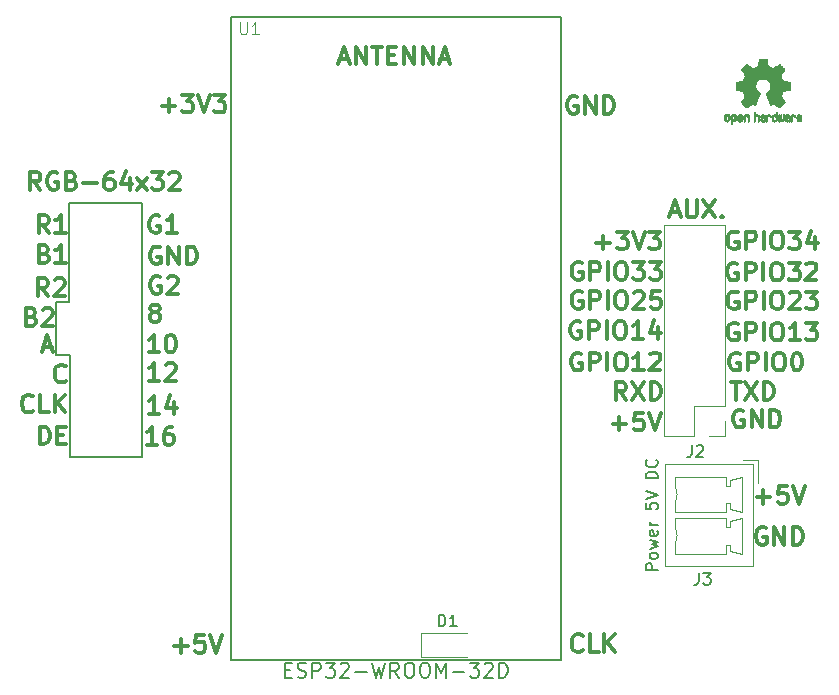
<source format=gbr>
G04 #@! TF.GenerationSoftware,KiCad,Pcbnew,5.0.2-bee76a0~70~ubuntu18.04.1*
G04 #@! TF.CreationDate,2020-08-06T15:01:45+02:00*
G04 #@! TF.ProjectId,panel_led_mod,70616e65-6c5f-46c6-9564-5f6d6f642e6b,rev?*
G04 #@! TF.SameCoordinates,Original*
G04 #@! TF.FileFunction,Legend,Top*
G04 #@! TF.FilePolarity,Positive*
%FSLAX46Y46*%
G04 Gerber Fmt 4.6, Leading zero omitted, Abs format (unit mm)*
G04 Created by KiCad (PCBNEW 5.0.2-bee76a0~70~ubuntu18.04.1) date jue 06 ago 2020 15:01:45 CEST*
%MOMM*%
%LPD*%
G01*
G04 APERTURE LIST*
%ADD10C,0.300000*%
%ADD11C,0.200000*%
%ADD12C,0.127000*%
%ADD13C,0.120000*%
%ADD14C,0.010000*%
%ADD15C,0.015000*%
%ADD16C,0.150000*%
G04 APERTURE END LIST*
D10*
X129005365Y-104749991D02*
X128148222Y-104749991D01*
X128576794Y-104749991D02*
X128576794Y-103249991D01*
X128433937Y-103464277D01*
X128291080Y-103607134D01*
X128148222Y-103678562D01*
X130291080Y-103249991D02*
X130005365Y-103249991D01*
X129862508Y-103321420D01*
X129791080Y-103392848D01*
X129648222Y-103607134D01*
X129576794Y-103892848D01*
X129576794Y-104464277D01*
X129648222Y-104607134D01*
X129719651Y-104678562D01*
X129862508Y-104749991D01*
X130148222Y-104749991D01*
X130291080Y-104678562D01*
X130362508Y-104607134D01*
X130433937Y-104464277D01*
X130433937Y-104107134D01*
X130362508Y-103964277D01*
X130291080Y-103892848D01*
X130148222Y-103821420D01*
X129862508Y-103821420D01*
X129719651Y-103892848D01*
X129648222Y-103964277D01*
X129576794Y-104107134D01*
X129167925Y-102121091D02*
X128310782Y-102121091D01*
X128739354Y-102121091D02*
X128739354Y-100621091D01*
X128596497Y-100835377D01*
X128453640Y-100978234D01*
X128310782Y-101049662D01*
X130453640Y-101121091D02*
X130453640Y-102121091D01*
X130096497Y-100549662D02*
X129739354Y-101621091D01*
X130667925Y-101621091D01*
X129183165Y-99342331D02*
X128326022Y-99342331D01*
X128754594Y-99342331D02*
X128754594Y-97842331D01*
X128611737Y-98056617D01*
X128468880Y-98199474D01*
X128326022Y-98270902D01*
X129754594Y-97985188D02*
X129826022Y-97913760D01*
X129968880Y-97842331D01*
X130326022Y-97842331D01*
X130468880Y-97913760D01*
X130540308Y-97985188D01*
X130611737Y-98128045D01*
X130611737Y-98270902D01*
X130540308Y-98485188D01*
X129683165Y-99342331D01*
X130611737Y-99342331D01*
X129167925Y-96944571D02*
X128310782Y-96944571D01*
X128739354Y-96944571D02*
X128739354Y-95444571D01*
X128596497Y-95658857D01*
X128453640Y-95801714D01*
X128310782Y-95873142D01*
X130096497Y-95444571D02*
X130239354Y-95444571D01*
X130382211Y-95516000D01*
X130453640Y-95587428D01*
X130525068Y-95730285D01*
X130596497Y-96016000D01*
X130596497Y-96373142D01*
X130525068Y-96658857D01*
X130453640Y-96801714D01*
X130382211Y-96873142D01*
X130239354Y-96944571D01*
X130096497Y-96944571D01*
X129953640Y-96873142D01*
X129882211Y-96801714D01*
X129810782Y-96658857D01*
X129739354Y-96373142D01*
X129739354Y-96016000D01*
X129810782Y-95730285D01*
X129882211Y-95587428D01*
X129953640Y-95516000D01*
X130096497Y-95444571D01*
X128685942Y-93524568D02*
X128543085Y-93453140D01*
X128471657Y-93381711D01*
X128400228Y-93238854D01*
X128400228Y-93167425D01*
X128471657Y-93024568D01*
X128543085Y-92953140D01*
X128685942Y-92881711D01*
X128971657Y-92881711D01*
X129114514Y-92953140D01*
X129185942Y-93024568D01*
X129257371Y-93167425D01*
X129257371Y-93238854D01*
X129185942Y-93381711D01*
X129114514Y-93453140D01*
X128971657Y-93524568D01*
X128685942Y-93524568D01*
X128543085Y-93595997D01*
X128471657Y-93667425D01*
X128400228Y-93810282D01*
X128400228Y-94095997D01*
X128471657Y-94238854D01*
X128543085Y-94310282D01*
X128685942Y-94381711D01*
X128971657Y-94381711D01*
X129114514Y-94310282D01*
X129185942Y-94238854D01*
X129257371Y-94095997D01*
X129257371Y-93810282D01*
X129185942Y-93667425D01*
X129114514Y-93595997D01*
X128971657Y-93524568D01*
D11*
X120497600Y-92710000D02*
X121564400Y-92710000D01*
X120497600Y-93421200D02*
X120497600Y-92710000D01*
X120497600Y-97180400D02*
X120497600Y-93421200D01*
X121615200Y-97180400D02*
X120497600Y-97180400D01*
X121615200Y-105816400D02*
X121615200Y-97180400D01*
X127711200Y-105816400D02*
X121615200Y-105816400D01*
X127762000Y-84328000D02*
X127711200Y-105816400D01*
X121564400Y-84328000D02*
X127762000Y-84328000D01*
D10*
X178173428Y-86778400D02*
X178030571Y-86706971D01*
X177816285Y-86706971D01*
X177602000Y-86778400D01*
X177459142Y-86921257D01*
X177387714Y-87064114D01*
X177316285Y-87349828D01*
X177316285Y-87564114D01*
X177387714Y-87849828D01*
X177459142Y-87992685D01*
X177602000Y-88135542D01*
X177816285Y-88206971D01*
X177959142Y-88206971D01*
X178173428Y-88135542D01*
X178244857Y-88064114D01*
X178244857Y-87564114D01*
X177959142Y-87564114D01*
X178887714Y-88206971D02*
X178887714Y-86706971D01*
X179459142Y-86706971D01*
X179602000Y-86778400D01*
X179673428Y-86849828D01*
X179744857Y-86992685D01*
X179744857Y-87206971D01*
X179673428Y-87349828D01*
X179602000Y-87421257D01*
X179459142Y-87492685D01*
X178887714Y-87492685D01*
X180387714Y-88206971D02*
X180387714Y-86706971D01*
X181387714Y-86706971D02*
X181673428Y-86706971D01*
X181816285Y-86778400D01*
X181959142Y-86921257D01*
X182030571Y-87206971D01*
X182030571Y-87706971D01*
X181959142Y-87992685D01*
X181816285Y-88135542D01*
X181673428Y-88206971D01*
X181387714Y-88206971D01*
X181244857Y-88135542D01*
X181102000Y-87992685D01*
X181030571Y-87706971D01*
X181030571Y-87206971D01*
X181102000Y-86921257D01*
X181244857Y-86778400D01*
X181387714Y-86706971D01*
X182530571Y-86706971D02*
X183459142Y-86706971D01*
X182959142Y-87278400D01*
X183173428Y-87278400D01*
X183316285Y-87349828D01*
X183387714Y-87421257D01*
X183459142Y-87564114D01*
X183459142Y-87921257D01*
X183387714Y-88064114D01*
X183316285Y-88135542D01*
X183173428Y-88206971D01*
X182744857Y-88206971D01*
X182602000Y-88135542D01*
X182530571Y-88064114D01*
X184744857Y-87206971D02*
X184744857Y-88206971D01*
X184387714Y-86635542D02*
X184030571Y-87706971D01*
X184959142Y-87706971D01*
X178122628Y-89420000D02*
X177979771Y-89348571D01*
X177765485Y-89348571D01*
X177551200Y-89420000D01*
X177408342Y-89562857D01*
X177336914Y-89705714D01*
X177265485Y-89991428D01*
X177265485Y-90205714D01*
X177336914Y-90491428D01*
X177408342Y-90634285D01*
X177551200Y-90777142D01*
X177765485Y-90848571D01*
X177908342Y-90848571D01*
X178122628Y-90777142D01*
X178194057Y-90705714D01*
X178194057Y-90205714D01*
X177908342Y-90205714D01*
X178836914Y-90848571D02*
X178836914Y-89348571D01*
X179408342Y-89348571D01*
X179551200Y-89420000D01*
X179622628Y-89491428D01*
X179694057Y-89634285D01*
X179694057Y-89848571D01*
X179622628Y-89991428D01*
X179551200Y-90062857D01*
X179408342Y-90134285D01*
X178836914Y-90134285D01*
X180336914Y-90848571D02*
X180336914Y-89348571D01*
X181336914Y-89348571D02*
X181622628Y-89348571D01*
X181765485Y-89420000D01*
X181908342Y-89562857D01*
X181979771Y-89848571D01*
X181979771Y-90348571D01*
X181908342Y-90634285D01*
X181765485Y-90777142D01*
X181622628Y-90848571D01*
X181336914Y-90848571D01*
X181194057Y-90777142D01*
X181051200Y-90634285D01*
X180979771Y-90348571D01*
X180979771Y-89848571D01*
X181051200Y-89562857D01*
X181194057Y-89420000D01*
X181336914Y-89348571D01*
X182479771Y-89348571D02*
X183408342Y-89348571D01*
X182908342Y-89920000D01*
X183122628Y-89920000D01*
X183265485Y-89991428D01*
X183336914Y-90062857D01*
X183408342Y-90205714D01*
X183408342Y-90562857D01*
X183336914Y-90705714D01*
X183265485Y-90777142D01*
X183122628Y-90848571D01*
X182694057Y-90848571D01*
X182551200Y-90777142D01*
X182479771Y-90705714D01*
X183979771Y-89491428D02*
X184051200Y-89420000D01*
X184194057Y-89348571D01*
X184551200Y-89348571D01*
X184694057Y-89420000D01*
X184765485Y-89491428D01*
X184836914Y-89634285D01*
X184836914Y-89777142D01*
X184765485Y-89991428D01*
X183908342Y-90848571D01*
X184836914Y-90848571D01*
X178173428Y-91858400D02*
X178030571Y-91786971D01*
X177816285Y-91786971D01*
X177602000Y-91858400D01*
X177459142Y-92001257D01*
X177387714Y-92144114D01*
X177316285Y-92429828D01*
X177316285Y-92644114D01*
X177387714Y-92929828D01*
X177459142Y-93072685D01*
X177602000Y-93215542D01*
X177816285Y-93286971D01*
X177959142Y-93286971D01*
X178173428Y-93215542D01*
X178244857Y-93144114D01*
X178244857Y-92644114D01*
X177959142Y-92644114D01*
X178887714Y-93286971D02*
X178887714Y-91786971D01*
X179459142Y-91786971D01*
X179602000Y-91858400D01*
X179673428Y-91929828D01*
X179744857Y-92072685D01*
X179744857Y-92286971D01*
X179673428Y-92429828D01*
X179602000Y-92501257D01*
X179459142Y-92572685D01*
X178887714Y-92572685D01*
X180387714Y-93286971D02*
X180387714Y-91786971D01*
X181387714Y-91786971D02*
X181673428Y-91786971D01*
X181816285Y-91858400D01*
X181959142Y-92001257D01*
X182030571Y-92286971D01*
X182030571Y-92786971D01*
X181959142Y-93072685D01*
X181816285Y-93215542D01*
X181673428Y-93286971D01*
X181387714Y-93286971D01*
X181244857Y-93215542D01*
X181102000Y-93072685D01*
X181030571Y-92786971D01*
X181030571Y-92286971D01*
X181102000Y-92001257D01*
X181244857Y-91858400D01*
X181387714Y-91786971D01*
X182602000Y-91929828D02*
X182673428Y-91858400D01*
X182816285Y-91786971D01*
X183173428Y-91786971D01*
X183316285Y-91858400D01*
X183387714Y-91929828D01*
X183459142Y-92072685D01*
X183459142Y-92215542D01*
X183387714Y-92429828D01*
X182530571Y-93286971D01*
X183459142Y-93286971D01*
X183959142Y-91786971D02*
X184887714Y-91786971D01*
X184387714Y-92358400D01*
X184602000Y-92358400D01*
X184744857Y-92429828D01*
X184816285Y-92501257D01*
X184887714Y-92644114D01*
X184887714Y-93001257D01*
X184816285Y-93144114D01*
X184744857Y-93215542D01*
X184602000Y-93286971D01*
X184173428Y-93286971D01*
X184030571Y-93215542D01*
X183959142Y-93144114D01*
X178173428Y-94500000D02*
X178030571Y-94428571D01*
X177816285Y-94428571D01*
X177602000Y-94500000D01*
X177459142Y-94642857D01*
X177387714Y-94785714D01*
X177316285Y-95071428D01*
X177316285Y-95285714D01*
X177387714Y-95571428D01*
X177459142Y-95714285D01*
X177602000Y-95857142D01*
X177816285Y-95928571D01*
X177959142Y-95928571D01*
X178173428Y-95857142D01*
X178244857Y-95785714D01*
X178244857Y-95285714D01*
X177959142Y-95285714D01*
X178887714Y-95928571D02*
X178887714Y-94428571D01*
X179459142Y-94428571D01*
X179602000Y-94500000D01*
X179673428Y-94571428D01*
X179744857Y-94714285D01*
X179744857Y-94928571D01*
X179673428Y-95071428D01*
X179602000Y-95142857D01*
X179459142Y-95214285D01*
X178887714Y-95214285D01*
X180387714Y-95928571D02*
X180387714Y-94428571D01*
X181387714Y-94428571D02*
X181673428Y-94428571D01*
X181816285Y-94500000D01*
X181959142Y-94642857D01*
X182030571Y-94928571D01*
X182030571Y-95428571D01*
X181959142Y-95714285D01*
X181816285Y-95857142D01*
X181673428Y-95928571D01*
X181387714Y-95928571D01*
X181244857Y-95857142D01*
X181102000Y-95714285D01*
X181030571Y-95428571D01*
X181030571Y-94928571D01*
X181102000Y-94642857D01*
X181244857Y-94500000D01*
X181387714Y-94428571D01*
X183459142Y-95928571D02*
X182602000Y-95928571D01*
X183030571Y-95928571D02*
X183030571Y-94428571D01*
X182887714Y-94642857D01*
X182744857Y-94785714D01*
X182602000Y-94857142D01*
X183959142Y-94428571D02*
X184887714Y-94428571D01*
X184387714Y-95000000D01*
X184602000Y-95000000D01*
X184744857Y-95071428D01*
X184816285Y-95142857D01*
X184887714Y-95285714D01*
X184887714Y-95642857D01*
X184816285Y-95785714D01*
X184744857Y-95857142D01*
X184602000Y-95928571D01*
X184173428Y-95928571D01*
X184030571Y-95857142D01*
X183959142Y-95785714D01*
X178328914Y-97040000D02*
X178186057Y-96968571D01*
X177971771Y-96968571D01*
X177757485Y-97040000D01*
X177614628Y-97182857D01*
X177543200Y-97325714D01*
X177471771Y-97611428D01*
X177471771Y-97825714D01*
X177543200Y-98111428D01*
X177614628Y-98254285D01*
X177757485Y-98397142D01*
X177971771Y-98468571D01*
X178114628Y-98468571D01*
X178328914Y-98397142D01*
X178400342Y-98325714D01*
X178400342Y-97825714D01*
X178114628Y-97825714D01*
X179043200Y-98468571D02*
X179043200Y-96968571D01*
X179614628Y-96968571D01*
X179757485Y-97040000D01*
X179828914Y-97111428D01*
X179900342Y-97254285D01*
X179900342Y-97468571D01*
X179828914Y-97611428D01*
X179757485Y-97682857D01*
X179614628Y-97754285D01*
X179043200Y-97754285D01*
X180543200Y-98468571D02*
X180543200Y-96968571D01*
X181543200Y-96968571D02*
X181828914Y-96968571D01*
X181971771Y-97040000D01*
X182114628Y-97182857D01*
X182186057Y-97468571D01*
X182186057Y-97968571D01*
X182114628Y-98254285D01*
X181971771Y-98397142D01*
X181828914Y-98468571D01*
X181543200Y-98468571D01*
X181400342Y-98397142D01*
X181257485Y-98254285D01*
X181186057Y-97968571D01*
X181186057Y-97468571D01*
X181257485Y-97182857D01*
X181400342Y-97040000D01*
X181543200Y-96968571D01*
X183114628Y-96968571D02*
X183257485Y-96968571D01*
X183400342Y-97040000D01*
X183471771Y-97111428D01*
X183543200Y-97254285D01*
X183614628Y-97540000D01*
X183614628Y-97897142D01*
X183543200Y-98182857D01*
X183471771Y-98325714D01*
X183400342Y-98397142D01*
X183257485Y-98468571D01*
X183114628Y-98468571D01*
X182971771Y-98397142D01*
X182900342Y-98325714D01*
X182828914Y-98182857D01*
X182757485Y-97897142D01*
X182757485Y-97540000D01*
X182828914Y-97254285D01*
X182900342Y-97111428D01*
X182971771Y-97040000D01*
X183114628Y-96968571D01*
X177583542Y-99457771D02*
X178440685Y-99457771D01*
X178012114Y-100957771D02*
X178012114Y-99457771D01*
X178797828Y-99457771D02*
X179797828Y-100957771D01*
X179797828Y-99457771D02*
X178797828Y-100957771D01*
X180369257Y-100957771D02*
X180369257Y-99457771D01*
X180726400Y-99457771D01*
X180940685Y-99529200D01*
X181083542Y-99672057D01*
X181154971Y-99814914D01*
X181226400Y-100100628D01*
X181226400Y-100314914D01*
X181154971Y-100600628D01*
X181083542Y-100743485D01*
X180940685Y-100886342D01*
X180726400Y-100957771D01*
X180369257Y-100957771D01*
X178638342Y-101866000D02*
X178495485Y-101794571D01*
X178281200Y-101794571D01*
X178066914Y-101866000D01*
X177924057Y-102008857D01*
X177852628Y-102151714D01*
X177781200Y-102437428D01*
X177781200Y-102651714D01*
X177852628Y-102937428D01*
X177924057Y-103080285D01*
X178066914Y-103223142D01*
X178281200Y-103294571D01*
X178424057Y-103294571D01*
X178638342Y-103223142D01*
X178709771Y-103151714D01*
X178709771Y-102651714D01*
X178424057Y-102651714D01*
X179352628Y-103294571D02*
X179352628Y-101794571D01*
X180209771Y-103294571D01*
X180209771Y-101794571D01*
X180924057Y-103294571D02*
X180924057Y-101794571D01*
X181281200Y-101794571D01*
X181495485Y-101866000D01*
X181638342Y-102008857D01*
X181709771Y-102151714D01*
X181781200Y-102437428D01*
X181781200Y-102651714D01*
X181709771Y-102937428D01*
X181638342Y-103080285D01*
X181495485Y-103223142D01*
X181281200Y-103294571D01*
X180924057Y-103294571D01*
X130448608Y-121775682D02*
X131591465Y-121775682D01*
X131020037Y-122347111D02*
X131020037Y-121204254D01*
X133020037Y-120847111D02*
X132305751Y-120847111D01*
X132234322Y-121561397D01*
X132305751Y-121489968D01*
X132448608Y-121418540D01*
X132805751Y-121418540D01*
X132948608Y-121489968D01*
X133020037Y-121561397D01*
X133091465Y-121704254D01*
X133091465Y-122061397D01*
X133020037Y-122204254D01*
X132948608Y-122275682D01*
X132805751Y-122347111D01*
X132448608Y-122347111D01*
X132305751Y-122275682D01*
X132234322Y-122204254D01*
X133520037Y-120847111D02*
X134020037Y-122347111D01*
X134520037Y-120847111D01*
X165037722Y-122168694D02*
X164966294Y-122240122D01*
X164752008Y-122311551D01*
X164609151Y-122311551D01*
X164394865Y-122240122D01*
X164252008Y-122097265D01*
X164180580Y-121954408D01*
X164109151Y-121668694D01*
X164109151Y-121454408D01*
X164180580Y-121168694D01*
X164252008Y-121025837D01*
X164394865Y-120882980D01*
X164609151Y-120811551D01*
X164752008Y-120811551D01*
X164966294Y-120882980D01*
X165037722Y-120954408D01*
X166394865Y-122311551D02*
X165680580Y-122311551D01*
X165680580Y-120811551D01*
X166894865Y-122311551D02*
X166894865Y-120811551D01*
X167752008Y-122311551D02*
X167109151Y-121454408D01*
X167752008Y-120811551D02*
X166894865Y-121668694D01*
X129424442Y-76048062D02*
X130567300Y-76048062D01*
X129995871Y-76619491D02*
X129995871Y-75476634D01*
X131138728Y-75119491D02*
X132067300Y-75119491D01*
X131567300Y-75690920D01*
X131781585Y-75690920D01*
X131924442Y-75762348D01*
X131995871Y-75833777D01*
X132067300Y-75976634D01*
X132067300Y-76333777D01*
X131995871Y-76476634D01*
X131924442Y-76548062D01*
X131781585Y-76619491D01*
X131353014Y-76619491D01*
X131210157Y-76548062D01*
X131138728Y-76476634D01*
X132495871Y-75119491D02*
X132995871Y-76619491D01*
X133495871Y-75119491D01*
X133853014Y-75119491D02*
X134781585Y-75119491D01*
X134281585Y-75690920D01*
X134495871Y-75690920D01*
X134638728Y-75762348D01*
X134710157Y-75833777D01*
X134781585Y-75976634D01*
X134781585Y-76333777D01*
X134710157Y-76476634D01*
X134638728Y-76548062D01*
X134495871Y-76619491D01*
X134067300Y-76619491D01*
X133924442Y-76548062D01*
X133853014Y-76476634D01*
X164566742Y-75320460D02*
X164423885Y-75249031D01*
X164209600Y-75249031D01*
X163995314Y-75320460D01*
X163852457Y-75463317D01*
X163781028Y-75606174D01*
X163709600Y-75891888D01*
X163709600Y-76106174D01*
X163781028Y-76391888D01*
X163852457Y-76534745D01*
X163995314Y-76677602D01*
X164209600Y-76749031D01*
X164352457Y-76749031D01*
X164566742Y-76677602D01*
X164638171Y-76606174D01*
X164638171Y-76106174D01*
X164352457Y-76106174D01*
X165281028Y-76749031D02*
X165281028Y-75249031D01*
X166138171Y-76749031D01*
X166138171Y-75249031D01*
X166852457Y-76749031D02*
X166852457Y-75249031D01*
X167209600Y-75249031D01*
X167423885Y-75320460D01*
X167566742Y-75463317D01*
X167638171Y-75606174D01*
X167709600Y-75891888D01*
X167709600Y-76106174D01*
X167638171Y-76391888D01*
X167566742Y-76534745D01*
X167423885Y-76677602D01*
X167209600Y-76749031D01*
X166852457Y-76749031D01*
X144495937Y-72132000D02*
X145210222Y-72132000D01*
X144353080Y-72560571D02*
X144853080Y-71060571D01*
X145353080Y-72560571D01*
X145853080Y-72560571D02*
X145853080Y-71060571D01*
X146710222Y-72560571D01*
X146710222Y-71060571D01*
X147210222Y-71060571D02*
X148067365Y-71060571D01*
X147638794Y-72560571D02*
X147638794Y-71060571D01*
X148567365Y-71774857D02*
X149067365Y-71774857D01*
X149281651Y-72560571D02*
X148567365Y-72560571D01*
X148567365Y-71060571D01*
X149281651Y-71060571D01*
X149924508Y-72560571D02*
X149924508Y-71060571D01*
X150781651Y-72560571D01*
X150781651Y-71060571D01*
X151495937Y-72560571D02*
X151495937Y-71060571D01*
X152353080Y-72560571D01*
X152353080Y-71060571D01*
X152995937Y-72132000D02*
X153710222Y-72132000D01*
X152853080Y-72560571D02*
X153353080Y-71060571D01*
X153853080Y-72560571D01*
X172486914Y-85086000D02*
X173201200Y-85086000D01*
X172344057Y-85514571D02*
X172844057Y-84014571D01*
X173344057Y-85514571D01*
X173844057Y-84014571D02*
X173844057Y-85228857D01*
X173915485Y-85371714D01*
X173986914Y-85443142D01*
X174129771Y-85514571D01*
X174415485Y-85514571D01*
X174558342Y-85443142D01*
X174629771Y-85371714D01*
X174701200Y-85228857D01*
X174701200Y-84014571D01*
X175272628Y-84014571D02*
X176272628Y-85514571D01*
X176272628Y-84014571D02*
X175272628Y-85514571D01*
X176844057Y-85371714D02*
X176915485Y-85443142D01*
X176844057Y-85514571D01*
X176772628Y-85443142D01*
X176844057Y-85371714D01*
X176844057Y-85514571D01*
X119133028Y-83177771D02*
X118633028Y-82463485D01*
X118275885Y-83177771D02*
X118275885Y-81677771D01*
X118847314Y-81677771D01*
X118990171Y-81749200D01*
X119061600Y-81820628D01*
X119133028Y-81963485D01*
X119133028Y-82177771D01*
X119061600Y-82320628D01*
X118990171Y-82392057D01*
X118847314Y-82463485D01*
X118275885Y-82463485D01*
X120561600Y-81749200D02*
X120418742Y-81677771D01*
X120204457Y-81677771D01*
X119990171Y-81749200D01*
X119847314Y-81892057D01*
X119775885Y-82034914D01*
X119704457Y-82320628D01*
X119704457Y-82534914D01*
X119775885Y-82820628D01*
X119847314Y-82963485D01*
X119990171Y-83106342D01*
X120204457Y-83177771D01*
X120347314Y-83177771D01*
X120561600Y-83106342D01*
X120633028Y-83034914D01*
X120633028Y-82534914D01*
X120347314Y-82534914D01*
X121775885Y-82392057D02*
X121990171Y-82463485D01*
X122061600Y-82534914D01*
X122133028Y-82677771D01*
X122133028Y-82892057D01*
X122061600Y-83034914D01*
X121990171Y-83106342D01*
X121847314Y-83177771D01*
X121275885Y-83177771D01*
X121275885Y-81677771D01*
X121775885Y-81677771D01*
X121918742Y-81749200D01*
X121990171Y-81820628D01*
X122061600Y-81963485D01*
X122061600Y-82106342D01*
X121990171Y-82249200D01*
X121918742Y-82320628D01*
X121775885Y-82392057D01*
X121275885Y-82392057D01*
X122775885Y-82606342D02*
X123918742Y-82606342D01*
X125275885Y-81677771D02*
X124990171Y-81677771D01*
X124847314Y-81749200D01*
X124775885Y-81820628D01*
X124633028Y-82034914D01*
X124561600Y-82320628D01*
X124561600Y-82892057D01*
X124633028Y-83034914D01*
X124704457Y-83106342D01*
X124847314Y-83177771D01*
X125133028Y-83177771D01*
X125275885Y-83106342D01*
X125347314Y-83034914D01*
X125418742Y-82892057D01*
X125418742Y-82534914D01*
X125347314Y-82392057D01*
X125275885Y-82320628D01*
X125133028Y-82249200D01*
X124847314Y-82249200D01*
X124704457Y-82320628D01*
X124633028Y-82392057D01*
X124561600Y-82534914D01*
X126704457Y-82177771D02*
X126704457Y-83177771D01*
X126347314Y-81606342D02*
X125990171Y-82677771D01*
X126918742Y-82677771D01*
X127347314Y-83177771D02*
X128133028Y-82177771D01*
X127347314Y-82177771D02*
X128133028Y-83177771D01*
X128561600Y-81677771D02*
X129490171Y-81677771D01*
X128990171Y-82249200D01*
X129204457Y-82249200D01*
X129347314Y-82320628D01*
X129418742Y-82392057D01*
X129490171Y-82534914D01*
X129490171Y-82892057D01*
X129418742Y-83034914D01*
X129347314Y-83106342D01*
X129204457Y-83177771D01*
X128775885Y-83177771D01*
X128633028Y-83106342D01*
X128561600Y-83034914D01*
X130061600Y-81820628D02*
X130133028Y-81749200D01*
X130275885Y-81677771D01*
X130633028Y-81677771D01*
X130775885Y-81749200D01*
X130847314Y-81820628D01*
X130918742Y-81963485D01*
X130918742Y-82106342D01*
X130847314Y-82320628D01*
X129990171Y-83177771D01*
X130918742Y-83177771D01*
D11*
X121564400Y-84328000D02*
X121564400Y-92710000D01*
D10*
X180563662Y-111799940D02*
X180420805Y-111728511D01*
X180206520Y-111728511D01*
X179992234Y-111799940D01*
X179849377Y-111942797D01*
X179777948Y-112085654D01*
X179706520Y-112371368D01*
X179706520Y-112585654D01*
X179777948Y-112871368D01*
X179849377Y-113014225D01*
X179992234Y-113157082D01*
X180206520Y-113228511D01*
X180349377Y-113228511D01*
X180563662Y-113157082D01*
X180635091Y-113085654D01*
X180635091Y-112585654D01*
X180349377Y-112585654D01*
X181277948Y-113228511D02*
X181277948Y-111728511D01*
X182135091Y-113228511D01*
X182135091Y-111728511D01*
X182849377Y-113228511D02*
X182849377Y-111728511D01*
X183206520Y-111728511D01*
X183420805Y-111799940D01*
X183563662Y-111942797D01*
X183635091Y-112085654D01*
X183706520Y-112371368D01*
X183706520Y-112585654D01*
X183635091Y-112871368D01*
X183563662Y-113014225D01*
X183420805Y-113157082D01*
X183206520Y-113228511D01*
X182849377Y-113228511D01*
X179777948Y-109177282D02*
X180920805Y-109177282D01*
X180349377Y-109748711D02*
X180349377Y-108605854D01*
X182349377Y-108248711D02*
X181635091Y-108248711D01*
X181563662Y-108962997D01*
X181635091Y-108891568D01*
X181777948Y-108820140D01*
X182135091Y-108820140D01*
X182277948Y-108891568D01*
X182349377Y-108962997D01*
X182420805Y-109105854D01*
X182420805Y-109462997D01*
X182349377Y-109605854D01*
X182277948Y-109677282D01*
X182135091Y-109748711D01*
X181777948Y-109748711D01*
X181635091Y-109677282D01*
X181563662Y-109605854D01*
X182849377Y-108248711D02*
X183349377Y-109748711D01*
X183849377Y-108248711D01*
X166216342Y-87635542D02*
X167359200Y-87635542D01*
X166787771Y-88206971D02*
X166787771Y-87064114D01*
X167930628Y-86706971D02*
X168859200Y-86706971D01*
X168359200Y-87278400D01*
X168573485Y-87278400D01*
X168716342Y-87349828D01*
X168787771Y-87421257D01*
X168859200Y-87564114D01*
X168859200Y-87921257D01*
X168787771Y-88064114D01*
X168716342Y-88135542D01*
X168573485Y-88206971D01*
X168144914Y-88206971D01*
X168002057Y-88135542D01*
X167930628Y-88064114D01*
X169287771Y-86706971D02*
X169787771Y-88206971D01*
X170287771Y-86706971D01*
X170644914Y-86706971D02*
X171573485Y-86706971D01*
X171073485Y-87278400D01*
X171287771Y-87278400D01*
X171430628Y-87349828D01*
X171502057Y-87421257D01*
X171573485Y-87564114D01*
X171573485Y-87921257D01*
X171502057Y-88064114D01*
X171430628Y-88135542D01*
X171287771Y-88206971D01*
X170859200Y-88206971D01*
X170716342Y-88135542D01*
X170644914Y-88064114D01*
X164965428Y-89369200D02*
X164822571Y-89297771D01*
X164608285Y-89297771D01*
X164394000Y-89369200D01*
X164251142Y-89512057D01*
X164179714Y-89654914D01*
X164108285Y-89940628D01*
X164108285Y-90154914D01*
X164179714Y-90440628D01*
X164251142Y-90583485D01*
X164394000Y-90726342D01*
X164608285Y-90797771D01*
X164751142Y-90797771D01*
X164965428Y-90726342D01*
X165036857Y-90654914D01*
X165036857Y-90154914D01*
X164751142Y-90154914D01*
X165679714Y-90797771D02*
X165679714Y-89297771D01*
X166251142Y-89297771D01*
X166394000Y-89369200D01*
X166465428Y-89440628D01*
X166536857Y-89583485D01*
X166536857Y-89797771D01*
X166465428Y-89940628D01*
X166394000Y-90012057D01*
X166251142Y-90083485D01*
X165679714Y-90083485D01*
X167179714Y-90797771D02*
X167179714Y-89297771D01*
X168179714Y-89297771D02*
X168465428Y-89297771D01*
X168608285Y-89369200D01*
X168751142Y-89512057D01*
X168822571Y-89797771D01*
X168822571Y-90297771D01*
X168751142Y-90583485D01*
X168608285Y-90726342D01*
X168465428Y-90797771D01*
X168179714Y-90797771D01*
X168036857Y-90726342D01*
X167894000Y-90583485D01*
X167822571Y-90297771D01*
X167822571Y-89797771D01*
X167894000Y-89512057D01*
X168036857Y-89369200D01*
X168179714Y-89297771D01*
X169322571Y-89297771D02*
X170251142Y-89297771D01*
X169751142Y-89869200D01*
X169965428Y-89869200D01*
X170108285Y-89940628D01*
X170179714Y-90012057D01*
X170251142Y-90154914D01*
X170251142Y-90512057D01*
X170179714Y-90654914D01*
X170108285Y-90726342D01*
X169965428Y-90797771D01*
X169536857Y-90797771D01*
X169394000Y-90726342D01*
X169322571Y-90654914D01*
X170751142Y-89297771D02*
X171679714Y-89297771D01*
X171179714Y-89869200D01*
X171394000Y-89869200D01*
X171536857Y-89940628D01*
X171608285Y-90012057D01*
X171679714Y-90154914D01*
X171679714Y-90512057D01*
X171608285Y-90654914D01*
X171536857Y-90726342D01*
X171394000Y-90797771D01*
X170965428Y-90797771D01*
X170822571Y-90726342D01*
X170751142Y-90654914D01*
X164965428Y-91807600D02*
X164822571Y-91736171D01*
X164608285Y-91736171D01*
X164394000Y-91807600D01*
X164251142Y-91950457D01*
X164179714Y-92093314D01*
X164108285Y-92379028D01*
X164108285Y-92593314D01*
X164179714Y-92879028D01*
X164251142Y-93021885D01*
X164394000Y-93164742D01*
X164608285Y-93236171D01*
X164751142Y-93236171D01*
X164965428Y-93164742D01*
X165036857Y-93093314D01*
X165036857Y-92593314D01*
X164751142Y-92593314D01*
X165679714Y-93236171D02*
X165679714Y-91736171D01*
X166251142Y-91736171D01*
X166394000Y-91807600D01*
X166465428Y-91879028D01*
X166536857Y-92021885D01*
X166536857Y-92236171D01*
X166465428Y-92379028D01*
X166394000Y-92450457D01*
X166251142Y-92521885D01*
X165679714Y-92521885D01*
X167179714Y-93236171D02*
X167179714Y-91736171D01*
X168179714Y-91736171D02*
X168465428Y-91736171D01*
X168608285Y-91807600D01*
X168751142Y-91950457D01*
X168822571Y-92236171D01*
X168822571Y-92736171D01*
X168751142Y-93021885D01*
X168608285Y-93164742D01*
X168465428Y-93236171D01*
X168179714Y-93236171D01*
X168036857Y-93164742D01*
X167894000Y-93021885D01*
X167822571Y-92736171D01*
X167822571Y-92236171D01*
X167894000Y-91950457D01*
X168036857Y-91807600D01*
X168179714Y-91736171D01*
X169394000Y-91879028D02*
X169465428Y-91807600D01*
X169608285Y-91736171D01*
X169965428Y-91736171D01*
X170108285Y-91807600D01*
X170179714Y-91879028D01*
X170251142Y-92021885D01*
X170251142Y-92164742D01*
X170179714Y-92379028D01*
X169322571Y-93236171D01*
X170251142Y-93236171D01*
X171608285Y-91736171D02*
X170894000Y-91736171D01*
X170822571Y-92450457D01*
X170894000Y-92379028D01*
X171036857Y-92307600D01*
X171394000Y-92307600D01*
X171536857Y-92379028D01*
X171608285Y-92450457D01*
X171679714Y-92593314D01*
X171679714Y-92950457D01*
X171608285Y-93093314D01*
X171536857Y-93164742D01*
X171394000Y-93236171D01*
X171036857Y-93236171D01*
X170894000Y-93164742D01*
X170822571Y-93093314D01*
X164863828Y-94347600D02*
X164720971Y-94276171D01*
X164506685Y-94276171D01*
X164292400Y-94347600D01*
X164149542Y-94490457D01*
X164078114Y-94633314D01*
X164006685Y-94919028D01*
X164006685Y-95133314D01*
X164078114Y-95419028D01*
X164149542Y-95561885D01*
X164292400Y-95704742D01*
X164506685Y-95776171D01*
X164649542Y-95776171D01*
X164863828Y-95704742D01*
X164935257Y-95633314D01*
X164935257Y-95133314D01*
X164649542Y-95133314D01*
X165578114Y-95776171D02*
X165578114Y-94276171D01*
X166149542Y-94276171D01*
X166292400Y-94347600D01*
X166363828Y-94419028D01*
X166435257Y-94561885D01*
X166435257Y-94776171D01*
X166363828Y-94919028D01*
X166292400Y-94990457D01*
X166149542Y-95061885D01*
X165578114Y-95061885D01*
X167078114Y-95776171D02*
X167078114Y-94276171D01*
X168078114Y-94276171D02*
X168363828Y-94276171D01*
X168506685Y-94347600D01*
X168649542Y-94490457D01*
X168720971Y-94776171D01*
X168720971Y-95276171D01*
X168649542Y-95561885D01*
X168506685Y-95704742D01*
X168363828Y-95776171D01*
X168078114Y-95776171D01*
X167935257Y-95704742D01*
X167792400Y-95561885D01*
X167720971Y-95276171D01*
X167720971Y-94776171D01*
X167792400Y-94490457D01*
X167935257Y-94347600D01*
X168078114Y-94276171D01*
X170149542Y-95776171D02*
X169292400Y-95776171D01*
X169720971Y-95776171D02*
X169720971Y-94276171D01*
X169578114Y-94490457D01*
X169435257Y-94633314D01*
X169292400Y-94704742D01*
X171435257Y-94776171D02*
X171435257Y-95776171D01*
X171078114Y-94204742D02*
X170720971Y-95276171D01*
X171649542Y-95276171D01*
X164914628Y-97040000D02*
X164771771Y-96968571D01*
X164557485Y-96968571D01*
X164343200Y-97040000D01*
X164200342Y-97182857D01*
X164128914Y-97325714D01*
X164057485Y-97611428D01*
X164057485Y-97825714D01*
X164128914Y-98111428D01*
X164200342Y-98254285D01*
X164343200Y-98397142D01*
X164557485Y-98468571D01*
X164700342Y-98468571D01*
X164914628Y-98397142D01*
X164986057Y-98325714D01*
X164986057Y-97825714D01*
X164700342Y-97825714D01*
X165628914Y-98468571D02*
X165628914Y-96968571D01*
X166200342Y-96968571D01*
X166343200Y-97040000D01*
X166414628Y-97111428D01*
X166486057Y-97254285D01*
X166486057Y-97468571D01*
X166414628Y-97611428D01*
X166343200Y-97682857D01*
X166200342Y-97754285D01*
X165628914Y-97754285D01*
X167128914Y-98468571D02*
X167128914Y-96968571D01*
X168128914Y-96968571D02*
X168414628Y-96968571D01*
X168557485Y-97040000D01*
X168700342Y-97182857D01*
X168771771Y-97468571D01*
X168771771Y-97968571D01*
X168700342Y-98254285D01*
X168557485Y-98397142D01*
X168414628Y-98468571D01*
X168128914Y-98468571D01*
X167986057Y-98397142D01*
X167843200Y-98254285D01*
X167771771Y-97968571D01*
X167771771Y-97468571D01*
X167843200Y-97182857D01*
X167986057Y-97040000D01*
X168128914Y-96968571D01*
X170200342Y-98468571D02*
X169343200Y-98468571D01*
X169771771Y-98468571D02*
X169771771Y-96968571D01*
X169628914Y-97182857D01*
X169486057Y-97325714D01*
X169343200Y-97397142D01*
X170771771Y-97111428D02*
X170843200Y-97040000D01*
X170986057Y-96968571D01*
X171343200Y-96968571D01*
X171486057Y-97040000D01*
X171557485Y-97111428D01*
X171628914Y-97254285D01*
X171628914Y-97397142D01*
X171557485Y-97611428D01*
X170700342Y-98468571D01*
X171628914Y-98468571D01*
X168722800Y-100957771D02*
X168222800Y-100243485D01*
X167865657Y-100957771D02*
X167865657Y-99457771D01*
X168437085Y-99457771D01*
X168579942Y-99529200D01*
X168651371Y-99600628D01*
X168722800Y-99743485D01*
X168722800Y-99957771D01*
X168651371Y-100100628D01*
X168579942Y-100172057D01*
X168437085Y-100243485D01*
X167865657Y-100243485D01*
X169222800Y-99457771D02*
X170222800Y-100957771D01*
X170222800Y-99457771D02*
X169222800Y-100957771D01*
X170794228Y-100957771D02*
X170794228Y-99457771D01*
X171151371Y-99457771D01*
X171365657Y-99529200D01*
X171508514Y-99672057D01*
X171579942Y-99814914D01*
X171651371Y-100100628D01*
X171651371Y-100314914D01*
X171579942Y-100600628D01*
X171508514Y-100743485D01*
X171365657Y-100886342D01*
X171151371Y-100957771D01*
X170794228Y-100957771D01*
X167591028Y-102977142D02*
X168733885Y-102977142D01*
X168162457Y-103548571D02*
X168162457Y-102405714D01*
X170162457Y-102048571D02*
X169448171Y-102048571D01*
X169376742Y-102762857D01*
X169448171Y-102691428D01*
X169591028Y-102620000D01*
X169948171Y-102620000D01*
X170091028Y-102691428D01*
X170162457Y-102762857D01*
X170233885Y-102905714D01*
X170233885Y-103262857D01*
X170162457Y-103405714D01*
X170091028Y-103477142D01*
X169948171Y-103548571D01*
X169591028Y-103548571D01*
X169448171Y-103477142D01*
X169376742Y-103405714D01*
X170662457Y-102048571D02*
X171162457Y-103548571D01*
X171662457Y-102048571D01*
X121266685Y-99341714D02*
X121195257Y-99413142D01*
X120980971Y-99484571D01*
X120838114Y-99484571D01*
X120623828Y-99413142D01*
X120480971Y-99270285D01*
X120409542Y-99127428D01*
X120338114Y-98841714D01*
X120338114Y-98627428D01*
X120409542Y-98341714D01*
X120480971Y-98198857D01*
X120623828Y-98056000D01*
X120838114Y-97984571D01*
X120980971Y-97984571D01*
X121195257Y-98056000D01*
X121266685Y-98127428D01*
X118487142Y-101881714D02*
X118415714Y-101953142D01*
X118201428Y-102024571D01*
X118058571Y-102024571D01*
X117844285Y-101953142D01*
X117701428Y-101810285D01*
X117630000Y-101667428D01*
X117558571Y-101381714D01*
X117558571Y-101167428D01*
X117630000Y-100881714D01*
X117701428Y-100738857D01*
X117844285Y-100596000D01*
X118058571Y-100524571D01*
X118201428Y-100524571D01*
X118415714Y-100596000D01*
X118487142Y-100667428D01*
X119844285Y-102024571D02*
X119130000Y-102024571D01*
X119130000Y-100524571D01*
X120344285Y-102024571D02*
X120344285Y-100524571D01*
X121201428Y-102024571D02*
X120558571Y-101167428D01*
X121201428Y-100524571D02*
X120344285Y-101381714D01*
X119070571Y-104716971D02*
X119070571Y-103216971D01*
X119427714Y-103216971D01*
X119642000Y-103288400D01*
X119784857Y-103431257D01*
X119856285Y-103574114D01*
X119927714Y-103859828D01*
X119927714Y-104074114D01*
X119856285Y-104359828D01*
X119784857Y-104502685D01*
X119642000Y-104645542D01*
X119427714Y-104716971D01*
X119070571Y-104716971D01*
X120570571Y-103931257D02*
X121070571Y-103931257D01*
X121284857Y-104716971D02*
X120570571Y-104716971D01*
X120570571Y-103216971D01*
X121284857Y-103216971D01*
X119378457Y-96516000D02*
X120092742Y-96516000D01*
X119235600Y-96944571D02*
X119735600Y-95444571D01*
X120235600Y-96944571D01*
X129269371Y-90537600D02*
X129126514Y-90466171D01*
X128912228Y-90466171D01*
X128697942Y-90537600D01*
X128555085Y-90680457D01*
X128483657Y-90823314D01*
X128412228Y-91109028D01*
X128412228Y-91323314D01*
X128483657Y-91609028D01*
X128555085Y-91751885D01*
X128697942Y-91894742D01*
X128912228Y-91966171D01*
X129055085Y-91966171D01*
X129269371Y-91894742D01*
X129340800Y-91823314D01*
X129340800Y-91323314D01*
X129055085Y-91323314D01*
X129912228Y-90609028D02*
X129983657Y-90537600D01*
X130126514Y-90466171D01*
X130483657Y-90466171D01*
X130626514Y-90537600D01*
X130697942Y-90609028D01*
X130769371Y-90751885D01*
X130769371Y-90894742D01*
X130697942Y-91109028D01*
X129840800Y-91966171D01*
X130769371Y-91966171D01*
X118417257Y-93923657D02*
X118631542Y-93995085D01*
X118702971Y-94066514D01*
X118774400Y-94209371D01*
X118774400Y-94423657D01*
X118702971Y-94566514D01*
X118631542Y-94637942D01*
X118488685Y-94709371D01*
X117917257Y-94709371D01*
X117917257Y-93209371D01*
X118417257Y-93209371D01*
X118560114Y-93280800D01*
X118631542Y-93352228D01*
X118702971Y-93495085D01*
X118702971Y-93637942D01*
X118631542Y-93780800D01*
X118560114Y-93852228D01*
X118417257Y-93923657D01*
X117917257Y-93923657D01*
X119345828Y-93352228D02*
X119417257Y-93280800D01*
X119560114Y-93209371D01*
X119917257Y-93209371D01*
X120060114Y-93280800D01*
X120131542Y-93352228D01*
X120202971Y-93495085D01*
X120202971Y-93637942D01*
X120131542Y-93852228D01*
X119274400Y-94709371D01*
X120202971Y-94709371D01*
X119790400Y-92169371D02*
X119290400Y-91455085D01*
X118933257Y-92169371D02*
X118933257Y-90669371D01*
X119504685Y-90669371D01*
X119647542Y-90740800D01*
X119718971Y-90812228D01*
X119790400Y-90955085D01*
X119790400Y-91169371D01*
X119718971Y-91312228D01*
X119647542Y-91383657D01*
X119504685Y-91455085D01*
X118933257Y-91455085D01*
X120361828Y-90812228D02*
X120433257Y-90740800D01*
X120576114Y-90669371D01*
X120933257Y-90669371D01*
X121076114Y-90740800D01*
X121147542Y-90812228D01*
X121218971Y-90955085D01*
X121218971Y-91097942D01*
X121147542Y-91312228D01*
X120290400Y-92169371D01*
X121218971Y-92169371D01*
X129260742Y-88048400D02*
X129117885Y-87976971D01*
X128903600Y-87976971D01*
X128689314Y-88048400D01*
X128546457Y-88191257D01*
X128475028Y-88334114D01*
X128403600Y-88619828D01*
X128403600Y-88834114D01*
X128475028Y-89119828D01*
X128546457Y-89262685D01*
X128689314Y-89405542D01*
X128903600Y-89476971D01*
X129046457Y-89476971D01*
X129260742Y-89405542D01*
X129332171Y-89334114D01*
X129332171Y-88834114D01*
X129046457Y-88834114D01*
X129975028Y-89476971D02*
X129975028Y-87976971D01*
X130832171Y-89476971D01*
X130832171Y-87976971D01*
X131546457Y-89476971D02*
X131546457Y-87976971D01*
X131903600Y-87976971D01*
X132117885Y-88048400D01*
X132260742Y-88191257D01*
X132332171Y-88334114D01*
X132403600Y-88619828D01*
X132403600Y-88834114D01*
X132332171Y-89119828D01*
X132260742Y-89262685D01*
X132117885Y-89405542D01*
X131903600Y-89476971D01*
X131546457Y-89476971D01*
X129218571Y-85406800D02*
X129075714Y-85335371D01*
X128861428Y-85335371D01*
X128647142Y-85406800D01*
X128504285Y-85549657D01*
X128432857Y-85692514D01*
X128361428Y-85978228D01*
X128361428Y-86192514D01*
X128432857Y-86478228D01*
X128504285Y-86621085D01*
X128647142Y-86763942D01*
X128861428Y-86835371D01*
X129004285Y-86835371D01*
X129218571Y-86763942D01*
X129290000Y-86692514D01*
X129290000Y-86192514D01*
X129004285Y-86192514D01*
X130718571Y-86835371D02*
X129861428Y-86835371D01*
X130290000Y-86835371D02*
X130290000Y-85335371D01*
X130147142Y-85549657D01*
X130004285Y-85692514D01*
X129861428Y-85763942D01*
X119484057Y-88589657D02*
X119698342Y-88661085D01*
X119769771Y-88732514D01*
X119841200Y-88875371D01*
X119841200Y-89089657D01*
X119769771Y-89232514D01*
X119698342Y-89303942D01*
X119555485Y-89375371D01*
X118984057Y-89375371D01*
X118984057Y-87875371D01*
X119484057Y-87875371D01*
X119626914Y-87946800D01*
X119698342Y-88018228D01*
X119769771Y-88161085D01*
X119769771Y-88303942D01*
X119698342Y-88446800D01*
X119626914Y-88518228D01*
X119484057Y-88589657D01*
X118984057Y-88589657D01*
X121269771Y-89375371D02*
X120412628Y-89375371D01*
X120841200Y-89375371D02*
X120841200Y-87875371D01*
X120698342Y-88089657D01*
X120555485Y-88232514D01*
X120412628Y-88303942D01*
X119841200Y-86835371D02*
X119341200Y-86121085D01*
X118984057Y-86835371D02*
X118984057Y-85335371D01*
X119555485Y-85335371D01*
X119698342Y-85406800D01*
X119769771Y-85478228D01*
X119841200Y-85621085D01*
X119841200Y-85835371D01*
X119769771Y-85978228D01*
X119698342Y-86049657D01*
X119555485Y-86121085D01*
X118984057Y-86121085D01*
X121269771Y-86835371D02*
X120412628Y-86835371D01*
X120841200Y-86835371D02*
X120841200Y-85335371D01*
X120698342Y-85549657D01*
X120555485Y-85692514D01*
X120412628Y-85763942D01*
D12*
G04 #@! TO.C,U1*
X135300400Y-122957200D02*
X135300400Y-68557200D01*
X135300400Y-68557200D02*
X163200400Y-68557200D01*
X163200400Y-68557200D02*
X163200400Y-122957200D01*
X163200400Y-122957200D02*
X135300400Y-122957200D01*
D13*
G04 #@! TO.C,J2*
X177098000Y-104047600D02*
X175768000Y-104047600D01*
X177098000Y-102717600D02*
X177098000Y-104047600D01*
X174498000Y-104047600D02*
X171898000Y-104047600D01*
X174498000Y-101447600D02*
X174498000Y-104047600D01*
X177098000Y-101447600D02*
X174498000Y-101447600D01*
X171898000Y-104047600D02*
X171898000Y-86147600D01*
X177098000Y-101447600D02*
X177098000Y-86147600D01*
X177098000Y-86147600D02*
X171898000Y-86147600D01*
G04 #@! TO.C,J3*
X172888235Y-109718187D02*
G75*
G03X172888080Y-108218540I-1700155J749647D01*
G01*
X172888235Y-113218187D02*
G75*
G03X172888080Y-111718540I-1700155J749647D01*
G01*
X179498080Y-106408540D02*
X172028080Y-106408540D01*
X172028080Y-106408540D02*
X172028080Y-115028540D01*
X172028080Y-115028540D02*
X179498080Y-115028540D01*
X179498080Y-115028540D02*
X179498080Y-106408540D01*
X172888080Y-108218540D02*
X172888080Y-107468540D01*
X172888080Y-107468540D02*
X177188080Y-107468540D01*
X177188080Y-107468540D02*
X177188080Y-108218540D01*
X177188080Y-108218540D02*
X177538080Y-108218540D01*
X177538080Y-108218540D02*
X177538080Y-107718540D01*
X177538080Y-107718540D02*
X178538080Y-107468540D01*
X178538080Y-107468540D02*
X178538080Y-110468540D01*
X178538080Y-110468540D02*
X177538080Y-110218540D01*
X177538080Y-110218540D02*
X177538080Y-109718540D01*
X177538080Y-109718540D02*
X177188080Y-109718540D01*
X177188080Y-109718540D02*
X177188080Y-110468540D01*
X177188080Y-110468540D02*
X172888080Y-110468540D01*
X172888080Y-110468540D02*
X172888080Y-109718540D01*
X172888080Y-111718540D02*
X172888080Y-110968540D01*
X172888080Y-110968540D02*
X177188080Y-110968540D01*
X177188080Y-110968540D02*
X177188080Y-111718540D01*
X177188080Y-111718540D02*
X177538080Y-111718540D01*
X177538080Y-111718540D02*
X177538080Y-111218540D01*
X177538080Y-111218540D02*
X178538080Y-110968540D01*
X178538080Y-110968540D02*
X178538080Y-113968540D01*
X178538080Y-113968540D02*
X177538080Y-113718540D01*
X177538080Y-113718540D02*
X177538080Y-113218540D01*
X177538080Y-113218540D02*
X177188080Y-113218540D01*
X177188080Y-113218540D02*
X177188080Y-113968540D01*
X177188080Y-113968540D02*
X172888080Y-113968540D01*
X172888080Y-113968540D02*
X172888080Y-113218540D01*
X178638080Y-106018540D02*
X179888080Y-106018540D01*
X179888080Y-106018540D02*
X179888080Y-108018540D01*
G04 #@! TO.C,D1*
X151341260Y-120691400D02*
X151341260Y-122691400D01*
X151341260Y-122691400D02*
X155241260Y-122691400D01*
X151341260Y-120691400D02*
X155241260Y-120691400D01*
D14*
G04 #@! TO.C,REF\002A\002A*
G36*
X180393110Y-72078368D02*
X180471654Y-72078798D01*
X180528498Y-72079962D01*
X180567305Y-72082227D01*
X180591738Y-72085960D01*
X180605462Y-72091526D01*
X180612140Y-72099293D01*
X180615436Y-72109625D01*
X180615756Y-72110963D01*
X180620762Y-72135099D01*
X180630029Y-72182721D01*
X180642592Y-72248761D01*
X180657487Y-72328148D01*
X180673751Y-72415816D01*
X180674319Y-72418895D01*
X180690610Y-72504809D01*
X180705852Y-72580716D01*
X180719061Y-72642065D01*
X180729254Y-72684302D01*
X180735448Y-72702875D01*
X180735743Y-72703204D01*
X180753988Y-72712273D01*
X180791605Y-72727387D01*
X180840471Y-72745282D01*
X180840743Y-72745378D01*
X180902293Y-72768513D01*
X180974857Y-72797985D01*
X181043257Y-72827617D01*
X181046494Y-72829082D01*
X181157902Y-72879646D01*
X181404599Y-72711180D01*
X181480277Y-72659823D01*
X181548831Y-72613909D01*
X181606288Y-72576050D01*
X181648676Y-72548857D01*
X181672025Y-72534941D01*
X181674242Y-72533909D01*
X181691210Y-72538504D01*
X181722901Y-72560675D01*
X181770552Y-72601467D01*
X181835398Y-72661925D01*
X181901597Y-72726247D01*
X181965414Y-72789632D01*
X182022529Y-72847471D01*
X182069505Y-72896195D01*
X182102903Y-72932230D01*
X182119285Y-72952004D01*
X182119894Y-72953022D01*
X182121705Y-72966592D01*
X182114883Y-72988753D01*
X182097740Y-73022498D01*
X182068593Y-73070820D01*
X182025755Y-73136712D01*
X181968648Y-73221537D01*
X181917966Y-73296197D01*
X181872661Y-73363160D01*
X181835350Y-73418536D01*
X181808652Y-73458440D01*
X181795185Y-73478982D01*
X181794337Y-73480376D01*
X181795981Y-73500058D01*
X181808445Y-73538313D01*
X181829248Y-73587909D01*
X181836662Y-73603748D01*
X181869014Y-73674310D01*
X181903528Y-73754373D01*
X181931565Y-73823649D01*
X181951768Y-73875065D01*
X181967815Y-73914139D01*
X181977088Y-73934561D01*
X181978241Y-73936134D01*
X181995296Y-73938741D01*
X182035498Y-73945883D01*
X182093502Y-73956543D01*
X182163963Y-73969705D01*
X182241535Y-73984353D01*
X182320872Y-73999469D01*
X182396631Y-74014038D01*
X182463464Y-74027042D01*
X182516028Y-74037465D01*
X182548976Y-74044290D01*
X182557057Y-74046219D01*
X182565405Y-74050982D01*
X182571706Y-74061738D01*
X182576245Y-74082118D01*
X182579304Y-74115754D01*
X182581167Y-74166275D01*
X182582118Y-74237312D01*
X182582440Y-74332496D01*
X182582457Y-74371512D01*
X182582457Y-74688819D01*
X182506257Y-74703859D01*
X182463863Y-74712015D01*
X182400600Y-74723919D01*
X182324162Y-74738136D01*
X182242243Y-74753230D01*
X182219600Y-74757375D01*
X182144006Y-74772073D01*
X182078153Y-74786525D01*
X182027566Y-74799395D01*
X181997774Y-74809342D01*
X181992812Y-74812307D01*
X181980626Y-74833303D01*
X181963153Y-74873987D01*
X181943777Y-74926342D01*
X181939934Y-74937620D01*
X181914539Y-75007543D01*
X181883017Y-75086438D01*
X181852169Y-75157286D01*
X181852017Y-75157615D01*
X181800647Y-75268753D01*
X181969599Y-75517273D01*
X182138552Y-75765792D01*
X181921629Y-75983078D01*
X181856019Y-76047746D01*
X181796179Y-76104753D01*
X181745467Y-76151053D01*
X181707246Y-76183604D01*
X181684875Y-76199363D01*
X181681666Y-76200363D01*
X181662826Y-76192489D01*
X181624380Y-76170598D01*
X181570530Y-76137287D01*
X181505476Y-76095151D01*
X181435140Y-76047963D01*
X181363755Y-75999830D01*
X181300108Y-75957948D01*
X181248241Y-75924891D01*
X181212195Y-75903238D01*
X181196067Y-75895563D01*
X181176389Y-75902057D01*
X181139075Y-75919170D01*
X181091821Y-75943346D01*
X181086812Y-75946033D01*
X181023177Y-75977947D01*
X180979541Y-75993599D01*
X180952402Y-75993765D01*
X180938257Y-75979224D01*
X180938175Y-75979020D01*
X180931105Y-75961799D01*
X180914242Y-75920919D01*
X180888895Y-75859545D01*
X180856371Y-75780839D01*
X180817978Y-75687967D01*
X180775022Y-75584092D01*
X180733422Y-75483522D01*
X180687704Y-75372536D01*
X180645726Y-75269723D01*
X180608748Y-75178235D01*
X180578027Y-75101221D01*
X180554822Y-75041835D01*
X180540390Y-75003229D01*
X180535943Y-74988820D01*
X180547096Y-74972292D01*
X180576269Y-74945950D01*
X180615171Y-74916907D01*
X180725957Y-74825059D01*
X180812551Y-74719779D01*
X180873916Y-74603286D01*
X180909015Y-74477796D01*
X180916808Y-74345527D01*
X180911143Y-74284477D01*
X180880278Y-74157815D01*
X180827120Y-74045961D01*
X180754967Y-73950021D01*
X180667117Y-73871096D01*
X180566865Y-73810290D01*
X180457510Y-73768707D01*
X180342347Y-73747448D01*
X180224675Y-73747619D01*
X180107790Y-73770321D01*
X179994989Y-73816658D01*
X179889569Y-73887733D01*
X179845568Y-73927931D01*
X179761179Y-74031149D01*
X179702422Y-74143945D01*
X179668904Y-74263030D01*
X179660235Y-74385115D01*
X179676023Y-74506913D01*
X179715878Y-74625136D01*
X179779407Y-74736495D01*
X179866221Y-74837704D01*
X179963229Y-74916907D01*
X180003637Y-74947182D01*
X180032182Y-74973239D01*
X180042457Y-74988845D01*
X180037077Y-75005863D01*
X180021775Y-75046520D01*
X179997812Y-75107662D01*
X179966444Y-75186139D01*
X179928932Y-75278800D01*
X179886533Y-75382492D01*
X179844863Y-75483546D01*
X179798890Y-75594627D01*
X179756307Y-75697561D01*
X179718421Y-75789185D01*
X179686540Y-75866336D01*
X179661971Y-75925851D01*
X179646020Y-75964564D01*
X179640110Y-75979020D01*
X179626148Y-75993705D01*
X179599140Y-75993662D01*
X179555613Y-75978119D01*
X179492090Y-75946304D01*
X179491588Y-75946033D01*
X179443760Y-75921343D01*
X179405097Y-75903358D01*
X179383295Y-75895634D01*
X179382333Y-75895563D01*
X179365921Y-75903398D01*
X179329687Y-75925185D01*
X179277674Y-75958348D01*
X179213925Y-76000311D01*
X179143260Y-76047963D01*
X179071316Y-76096211D01*
X179006474Y-76138171D01*
X178952935Y-76171247D01*
X178914897Y-76192841D01*
X178896733Y-76200363D01*
X178880008Y-76190477D01*
X178846380Y-76162846D01*
X178799210Y-76120515D01*
X178741858Y-76066525D01*
X178677684Y-76003919D01*
X178656697Y-75983003D01*
X178439699Y-75765643D01*
X178604868Y-75523240D01*
X178655064Y-75448801D01*
X178699119Y-75381992D01*
X178734562Y-75326685D01*
X178758919Y-75286749D01*
X178769722Y-75266056D01*
X178770038Y-75264583D01*
X178764343Y-75245078D01*
X178749026Y-75205842D01*
X178726737Y-75153450D01*
X178711093Y-75118375D01*
X178681841Y-75051221D01*
X178654294Y-74983378D01*
X178632937Y-74926054D01*
X178627135Y-74908592D01*
X178610652Y-74861958D01*
X178594540Y-74825925D01*
X178585690Y-74812307D01*
X178566160Y-74803972D01*
X178523534Y-74792157D01*
X178463345Y-74778201D01*
X178391122Y-74763442D01*
X178358800Y-74757375D01*
X178276722Y-74742293D01*
X178197995Y-74727689D01*
X178130309Y-74715000D01*
X178081360Y-74705662D01*
X178072143Y-74703859D01*
X177995943Y-74688819D01*
X177995943Y-74371512D01*
X177996114Y-74267174D01*
X177996816Y-74188233D01*
X177998334Y-74131058D01*
X178000949Y-74092019D01*
X178004946Y-74067485D01*
X178010609Y-74053825D01*
X178018220Y-74047409D01*
X178021343Y-74046219D01*
X178040178Y-74042000D01*
X178081788Y-74033582D01*
X178140830Y-74021981D01*
X178211957Y-74008215D01*
X178289825Y-73993300D01*
X178369087Y-73978252D01*
X178444398Y-73964089D01*
X178510413Y-73951826D01*
X178561787Y-73942481D01*
X178593175Y-73937070D01*
X178600159Y-73936134D01*
X178606485Y-73923616D01*
X178620490Y-73890266D01*
X178639555Y-73842397D01*
X178646834Y-73823649D01*
X178676196Y-73751215D01*
X178710771Y-73671190D01*
X178741737Y-73603748D01*
X178764523Y-73552179D01*
X178779682Y-73509805D01*
X178784742Y-73483854D01*
X178783936Y-73480376D01*
X178773241Y-73463956D01*
X178748820Y-73427437D01*
X178713295Y-73374707D01*
X178669287Y-73309655D01*
X178619417Y-73236171D01*
X178609556Y-73221665D01*
X178551692Y-73135724D01*
X178509156Y-73070281D01*
X178480254Y-73022324D01*
X178463290Y-72988840D01*
X178456567Y-72966815D01*
X178458390Y-72953237D01*
X178458436Y-72953151D01*
X178472786Y-72935317D01*
X178504523Y-72900837D01*
X178550210Y-72853288D01*
X178606404Y-72796242D01*
X178669668Y-72733275D01*
X178676802Y-72726247D01*
X178756530Y-72649040D01*
X178818057Y-72592350D01*
X178862621Y-72555130D01*
X178891457Y-72536335D01*
X178904158Y-72533909D01*
X178922694Y-72544491D01*
X178961161Y-72568936D01*
X179015586Y-72604632D01*
X179081998Y-72648967D01*
X179156425Y-72699331D01*
X179173801Y-72711180D01*
X179420497Y-72879646D01*
X179531906Y-72829082D01*
X179599657Y-72799615D01*
X179672383Y-72769979D01*
X179734903Y-72746350D01*
X179737657Y-72745378D01*
X179786560Y-72727477D01*
X179824257Y-72712340D01*
X179842625Y-72703230D01*
X179842656Y-72703204D01*
X179848485Y-72686737D01*
X179858392Y-72646239D01*
X179871395Y-72586262D01*
X179886509Y-72511360D01*
X179902752Y-72426084D01*
X179904081Y-72418895D01*
X179920375Y-72331034D01*
X179935333Y-72251280D01*
X179947991Y-72184701D01*
X179957386Y-72136367D01*
X179962554Y-72111345D01*
X179962644Y-72110963D01*
X179965789Y-72100319D01*
X179971904Y-72092282D01*
X179984653Y-72086487D01*
X180007700Y-72082567D01*
X180044709Y-72080155D01*
X180099344Y-72078885D01*
X180175267Y-72078391D01*
X180276144Y-72078306D01*
X180289200Y-72078306D01*
X180393110Y-72078368D01*
X180393110Y-72078368D01*
G37*
X180393110Y-72078368D02*
X180471654Y-72078798D01*
X180528498Y-72079962D01*
X180567305Y-72082227D01*
X180591738Y-72085960D01*
X180605462Y-72091526D01*
X180612140Y-72099293D01*
X180615436Y-72109625D01*
X180615756Y-72110963D01*
X180620762Y-72135099D01*
X180630029Y-72182721D01*
X180642592Y-72248761D01*
X180657487Y-72328148D01*
X180673751Y-72415816D01*
X180674319Y-72418895D01*
X180690610Y-72504809D01*
X180705852Y-72580716D01*
X180719061Y-72642065D01*
X180729254Y-72684302D01*
X180735448Y-72702875D01*
X180735743Y-72703204D01*
X180753988Y-72712273D01*
X180791605Y-72727387D01*
X180840471Y-72745282D01*
X180840743Y-72745378D01*
X180902293Y-72768513D01*
X180974857Y-72797985D01*
X181043257Y-72827617D01*
X181046494Y-72829082D01*
X181157902Y-72879646D01*
X181404599Y-72711180D01*
X181480277Y-72659823D01*
X181548831Y-72613909D01*
X181606288Y-72576050D01*
X181648676Y-72548857D01*
X181672025Y-72534941D01*
X181674242Y-72533909D01*
X181691210Y-72538504D01*
X181722901Y-72560675D01*
X181770552Y-72601467D01*
X181835398Y-72661925D01*
X181901597Y-72726247D01*
X181965414Y-72789632D01*
X182022529Y-72847471D01*
X182069505Y-72896195D01*
X182102903Y-72932230D01*
X182119285Y-72952004D01*
X182119894Y-72953022D01*
X182121705Y-72966592D01*
X182114883Y-72988753D01*
X182097740Y-73022498D01*
X182068593Y-73070820D01*
X182025755Y-73136712D01*
X181968648Y-73221537D01*
X181917966Y-73296197D01*
X181872661Y-73363160D01*
X181835350Y-73418536D01*
X181808652Y-73458440D01*
X181795185Y-73478982D01*
X181794337Y-73480376D01*
X181795981Y-73500058D01*
X181808445Y-73538313D01*
X181829248Y-73587909D01*
X181836662Y-73603748D01*
X181869014Y-73674310D01*
X181903528Y-73754373D01*
X181931565Y-73823649D01*
X181951768Y-73875065D01*
X181967815Y-73914139D01*
X181977088Y-73934561D01*
X181978241Y-73936134D01*
X181995296Y-73938741D01*
X182035498Y-73945883D01*
X182093502Y-73956543D01*
X182163963Y-73969705D01*
X182241535Y-73984353D01*
X182320872Y-73999469D01*
X182396631Y-74014038D01*
X182463464Y-74027042D01*
X182516028Y-74037465D01*
X182548976Y-74044290D01*
X182557057Y-74046219D01*
X182565405Y-74050982D01*
X182571706Y-74061738D01*
X182576245Y-74082118D01*
X182579304Y-74115754D01*
X182581167Y-74166275D01*
X182582118Y-74237312D01*
X182582440Y-74332496D01*
X182582457Y-74371512D01*
X182582457Y-74688819D01*
X182506257Y-74703859D01*
X182463863Y-74712015D01*
X182400600Y-74723919D01*
X182324162Y-74738136D01*
X182242243Y-74753230D01*
X182219600Y-74757375D01*
X182144006Y-74772073D01*
X182078153Y-74786525D01*
X182027566Y-74799395D01*
X181997774Y-74809342D01*
X181992812Y-74812307D01*
X181980626Y-74833303D01*
X181963153Y-74873987D01*
X181943777Y-74926342D01*
X181939934Y-74937620D01*
X181914539Y-75007543D01*
X181883017Y-75086438D01*
X181852169Y-75157286D01*
X181852017Y-75157615D01*
X181800647Y-75268753D01*
X181969599Y-75517273D01*
X182138552Y-75765792D01*
X181921629Y-75983078D01*
X181856019Y-76047746D01*
X181796179Y-76104753D01*
X181745467Y-76151053D01*
X181707246Y-76183604D01*
X181684875Y-76199363D01*
X181681666Y-76200363D01*
X181662826Y-76192489D01*
X181624380Y-76170598D01*
X181570530Y-76137287D01*
X181505476Y-76095151D01*
X181435140Y-76047963D01*
X181363755Y-75999830D01*
X181300108Y-75957948D01*
X181248241Y-75924891D01*
X181212195Y-75903238D01*
X181196067Y-75895563D01*
X181176389Y-75902057D01*
X181139075Y-75919170D01*
X181091821Y-75943346D01*
X181086812Y-75946033D01*
X181023177Y-75977947D01*
X180979541Y-75993599D01*
X180952402Y-75993765D01*
X180938257Y-75979224D01*
X180938175Y-75979020D01*
X180931105Y-75961799D01*
X180914242Y-75920919D01*
X180888895Y-75859545D01*
X180856371Y-75780839D01*
X180817978Y-75687967D01*
X180775022Y-75584092D01*
X180733422Y-75483522D01*
X180687704Y-75372536D01*
X180645726Y-75269723D01*
X180608748Y-75178235D01*
X180578027Y-75101221D01*
X180554822Y-75041835D01*
X180540390Y-75003229D01*
X180535943Y-74988820D01*
X180547096Y-74972292D01*
X180576269Y-74945950D01*
X180615171Y-74916907D01*
X180725957Y-74825059D01*
X180812551Y-74719779D01*
X180873916Y-74603286D01*
X180909015Y-74477796D01*
X180916808Y-74345527D01*
X180911143Y-74284477D01*
X180880278Y-74157815D01*
X180827120Y-74045961D01*
X180754967Y-73950021D01*
X180667117Y-73871096D01*
X180566865Y-73810290D01*
X180457510Y-73768707D01*
X180342347Y-73747448D01*
X180224675Y-73747619D01*
X180107790Y-73770321D01*
X179994989Y-73816658D01*
X179889569Y-73887733D01*
X179845568Y-73927931D01*
X179761179Y-74031149D01*
X179702422Y-74143945D01*
X179668904Y-74263030D01*
X179660235Y-74385115D01*
X179676023Y-74506913D01*
X179715878Y-74625136D01*
X179779407Y-74736495D01*
X179866221Y-74837704D01*
X179963229Y-74916907D01*
X180003637Y-74947182D01*
X180032182Y-74973239D01*
X180042457Y-74988845D01*
X180037077Y-75005863D01*
X180021775Y-75046520D01*
X179997812Y-75107662D01*
X179966444Y-75186139D01*
X179928932Y-75278800D01*
X179886533Y-75382492D01*
X179844863Y-75483546D01*
X179798890Y-75594627D01*
X179756307Y-75697561D01*
X179718421Y-75789185D01*
X179686540Y-75866336D01*
X179661971Y-75925851D01*
X179646020Y-75964564D01*
X179640110Y-75979020D01*
X179626148Y-75993705D01*
X179599140Y-75993662D01*
X179555613Y-75978119D01*
X179492090Y-75946304D01*
X179491588Y-75946033D01*
X179443760Y-75921343D01*
X179405097Y-75903358D01*
X179383295Y-75895634D01*
X179382333Y-75895563D01*
X179365921Y-75903398D01*
X179329687Y-75925185D01*
X179277674Y-75958348D01*
X179213925Y-76000311D01*
X179143260Y-76047963D01*
X179071316Y-76096211D01*
X179006474Y-76138171D01*
X178952935Y-76171247D01*
X178914897Y-76192841D01*
X178896733Y-76200363D01*
X178880008Y-76190477D01*
X178846380Y-76162846D01*
X178799210Y-76120515D01*
X178741858Y-76066525D01*
X178677684Y-76003919D01*
X178656697Y-75983003D01*
X178439699Y-75765643D01*
X178604868Y-75523240D01*
X178655064Y-75448801D01*
X178699119Y-75381992D01*
X178734562Y-75326685D01*
X178758919Y-75286749D01*
X178769722Y-75266056D01*
X178770038Y-75264583D01*
X178764343Y-75245078D01*
X178749026Y-75205842D01*
X178726737Y-75153450D01*
X178711093Y-75118375D01*
X178681841Y-75051221D01*
X178654294Y-74983378D01*
X178632937Y-74926054D01*
X178627135Y-74908592D01*
X178610652Y-74861958D01*
X178594540Y-74825925D01*
X178585690Y-74812307D01*
X178566160Y-74803972D01*
X178523534Y-74792157D01*
X178463345Y-74778201D01*
X178391122Y-74763442D01*
X178358800Y-74757375D01*
X178276722Y-74742293D01*
X178197995Y-74727689D01*
X178130309Y-74715000D01*
X178081360Y-74705662D01*
X178072143Y-74703859D01*
X177995943Y-74688819D01*
X177995943Y-74371512D01*
X177996114Y-74267174D01*
X177996816Y-74188233D01*
X177998334Y-74131058D01*
X178000949Y-74092019D01*
X178004946Y-74067485D01*
X178010609Y-74053825D01*
X178018220Y-74047409D01*
X178021343Y-74046219D01*
X178040178Y-74042000D01*
X178081788Y-74033582D01*
X178140830Y-74021981D01*
X178211957Y-74008215D01*
X178289825Y-73993300D01*
X178369087Y-73978252D01*
X178444398Y-73964089D01*
X178510413Y-73951826D01*
X178561787Y-73942481D01*
X178593175Y-73937070D01*
X178600159Y-73936134D01*
X178606485Y-73923616D01*
X178620490Y-73890266D01*
X178639555Y-73842397D01*
X178646834Y-73823649D01*
X178676196Y-73751215D01*
X178710771Y-73671190D01*
X178741737Y-73603748D01*
X178764523Y-73552179D01*
X178779682Y-73509805D01*
X178784742Y-73483854D01*
X178783936Y-73480376D01*
X178773241Y-73463956D01*
X178748820Y-73427437D01*
X178713295Y-73374707D01*
X178669287Y-73309655D01*
X178619417Y-73236171D01*
X178609556Y-73221665D01*
X178551692Y-73135724D01*
X178509156Y-73070281D01*
X178480254Y-73022324D01*
X178463290Y-72988840D01*
X178456567Y-72966815D01*
X178458390Y-72953237D01*
X178458436Y-72953151D01*
X178472786Y-72935317D01*
X178504523Y-72900837D01*
X178550210Y-72853288D01*
X178606404Y-72796242D01*
X178669668Y-72733275D01*
X178676802Y-72726247D01*
X178756530Y-72649040D01*
X178818057Y-72592350D01*
X178862621Y-72555130D01*
X178891457Y-72536335D01*
X178904158Y-72533909D01*
X178922694Y-72544491D01*
X178961161Y-72568936D01*
X179015586Y-72604632D01*
X179081998Y-72648967D01*
X179156425Y-72699331D01*
X179173801Y-72711180D01*
X179420497Y-72879646D01*
X179531906Y-72829082D01*
X179599657Y-72799615D01*
X179672383Y-72769979D01*
X179734903Y-72746350D01*
X179737657Y-72745378D01*
X179786560Y-72727477D01*
X179824257Y-72712340D01*
X179842625Y-72703230D01*
X179842656Y-72703204D01*
X179848485Y-72686737D01*
X179858392Y-72646239D01*
X179871395Y-72586262D01*
X179886509Y-72511360D01*
X179902752Y-72426084D01*
X179904081Y-72418895D01*
X179920375Y-72331034D01*
X179935333Y-72251280D01*
X179947991Y-72184701D01*
X179957386Y-72136367D01*
X179962554Y-72111345D01*
X179962644Y-72110963D01*
X179965789Y-72100319D01*
X179971904Y-72092282D01*
X179984653Y-72086487D01*
X180007700Y-72082567D01*
X180044709Y-72080155D01*
X180099344Y-72078885D01*
X180175267Y-72078391D01*
X180276144Y-72078306D01*
X180289200Y-72078306D01*
X180393110Y-72078368D01*
G36*
X183442795Y-76802986D02*
X183500221Y-76840517D01*
X183527919Y-76874116D01*
X183549862Y-76935084D01*
X183551605Y-76983328D01*
X183547657Y-77047836D01*
X183398886Y-77112954D01*
X183326549Y-77146222D01*
X183279284Y-77172984D01*
X183254707Y-77196164D01*
X183250437Y-77218687D01*
X183264089Y-77243475D01*
X183279143Y-77259906D01*
X183322946Y-77286255D01*
X183370589Y-77288101D01*
X183414345Y-77267566D01*
X183446489Y-77226772D01*
X183452238Y-77212367D01*
X183479776Y-77167376D01*
X183511458Y-77148202D01*
X183554914Y-77131799D01*
X183554914Y-77193986D01*
X183551072Y-77236303D01*
X183536023Y-77271989D01*
X183504480Y-77312963D01*
X183499792Y-77318287D01*
X183464706Y-77354740D01*
X183434547Y-77374303D01*
X183396815Y-77383303D01*
X183365535Y-77386250D01*
X183309585Y-77386985D01*
X183269755Y-77377680D01*
X183244908Y-77363866D01*
X183205856Y-77333487D01*
X183178825Y-77300633D01*
X183161717Y-77259314D01*
X183152438Y-77203541D01*
X183148893Y-77127325D01*
X183148610Y-77088642D01*
X183149572Y-77042267D01*
X183237207Y-77042267D01*
X183238223Y-77067146D01*
X183240756Y-77071220D01*
X183257474Y-77065685D01*
X183293449Y-77051037D01*
X183341531Y-77030210D01*
X183351586Y-77025734D01*
X183412352Y-76994834D01*
X183445832Y-76967677D01*
X183453190Y-76942240D01*
X183435591Y-76916501D01*
X183421056Y-76905129D01*
X183368610Y-76882384D01*
X183319522Y-76886142D01*
X183278427Y-76913904D01*
X183249958Y-76963172D01*
X183240831Y-77002277D01*
X183237207Y-77042267D01*
X183149572Y-77042267D01*
X183150485Y-76998269D01*
X183157396Y-76931404D01*
X183171084Y-76882715D01*
X183193296Y-76846869D01*
X183225774Y-76818533D01*
X183239933Y-76809375D01*
X183304253Y-76785527D01*
X183374673Y-76784026D01*
X183442795Y-76802986D01*
X183442795Y-76802986D01*
G37*
X183442795Y-76802986D02*
X183500221Y-76840517D01*
X183527919Y-76874116D01*
X183549862Y-76935084D01*
X183551605Y-76983328D01*
X183547657Y-77047836D01*
X183398886Y-77112954D01*
X183326549Y-77146222D01*
X183279284Y-77172984D01*
X183254707Y-77196164D01*
X183250437Y-77218687D01*
X183264089Y-77243475D01*
X183279143Y-77259906D01*
X183322946Y-77286255D01*
X183370589Y-77288101D01*
X183414345Y-77267566D01*
X183446489Y-77226772D01*
X183452238Y-77212367D01*
X183479776Y-77167376D01*
X183511458Y-77148202D01*
X183554914Y-77131799D01*
X183554914Y-77193986D01*
X183551072Y-77236303D01*
X183536023Y-77271989D01*
X183504480Y-77312963D01*
X183499792Y-77318287D01*
X183464706Y-77354740D01*
X183434547Y-77374303D01*
X183396815Y-77383303D01*
X183365535Y-77386250D01*
X183309585Y-77386985D01*
X183269755Y-77377680D01*
X183244908Y-77363866D01*
X183205856Y-77333487D01*
X183178825Y-77300633D01*
X183161717Y-77259314D01*
X183152438Y-77203541D01*
X183148893Y-77127325D01*
X183148610Y-77088642D01*
X183149572Y-77042267D01*
X183237207Y-77042267D01*
X183238223Y-77067146D01*
X183240756Y-77071220D01*
X183257474Y-77065685D01*
X183293449Y-77051037D01*
X183341531Y-77030210D01*
X183351586Y-77025734D01*
X183412352Y-76994834D01*
X183445832Y-76967677D01*
X183453190Y-76942240D01*
X183435591Y-76916501D01*
X183421056Y-76905129D01*
X183368610Y-76882384D01*
X183319522Y-76886142D01*
X183278427Y-76913904D01*
X183249958Y-76963172D01*
X183240831Y-77002277D01*
X183237207Y-77042267D01*
X183149572Y-77042267D01*
X183150485Y-76998269D01*
X183157396Y-76931404D01*
X183171084Y-76882715D01*
X183193296Y-76846869D01*
X183225774Y-76818533D01*
X183239933Y-76809375D01*
X183304253Y-76785527D01*
X183374673Y-76784026D01*
X183442795Y-76802986D01*
G36*
X182941800Y-76794772D02*
X182959148Y-76802354D01*
X183000556Y-76835148D01*
X183035965Y-76882567D01*
X183057864Y-76933171D01*
X183061429Y-76958118D01*
X183049479Y-76992947D01*
X183023267Y-77011377D01*
X182995164Y-77022536D01*
X182982295Y-77024592D01*
X182976029Y-77009669D01*
X182963656Y-76977195D01*
X182958228Y-76962522D01*
X182927790Y-76911764D01*
X182883720Y-76886447D01*
X182827210Y-76887226D01*
X182823025Y-76888223D01*
X182792855Y-76902527D01*
X182770676Y-76930413D01*
X182755527Y-76975307D01*
X182746450Y-77040635D01*
X182742486Y-77129824D01*
X182742114Y-77177281D01*
X182741930Y-77252091D01*
X182740722Y-77303089D01*
X182737509Y-77335491D01*
X182731309Y-77354515D01*
X182721140Y-77365376D01*
X182706019Y-77373292D01*
X182705146Y-77373690D01*
X182676028Y-77386001D01*
X182661603Y-77390534D01*
X182659386Y-77376829D01*
X182657489Y-77338945D01*
X182656047Y-77281735D01*
X182655198Y-77210047D01*
X182655029Y-77157585D01*
X182655892Y-77056067D01*
X182659270Y-76979052D01*
X182666342Y-76922043D01*
X182678288Y-76880546D01*
X182696290Y-76850063D01*
X182721527Y-76826100D01*
X182746447Y-76809375D01*
X182806371Y-76787117D01*
X182876111Y-76782096D01*
X182941800Y-76794772D01*
X182941800Y-76794772D01*
G37*
X182941800Y-76794772D02*
X182959148Y-76802354D01*
X183000556Y-76835148D01*
X183035965Y-76882567D01*
X183057864Y-76933171D01*
X183061429Y-76958118D01*
X183049479Y-76992947D01*
X183023267Y-77011377D01*
X182995164Y-77022536D01*
X182982295Y-77024592D01*
X182976029Y-77009669D01*
X182963656Y-76977195D01*
X182958228Y-76962522D01*
X182927790Y-76911764D01*
X182883720Y-76886447D01*
X182827210Y-76887226D01*
X182823025Y-76888223D01*
X182792855Y-76902527D01*
X182770676Y-76930413D01*
X182755527Y-76975307D01*
X182746450Y-77040635D01*
X182742486Y-77129824D01*
X182742114Y-77177281D01*
X182741930Y-77252091D01*
X182740722Y-77303089D01*
X182737509Y-77335491D01*
X182731309Y-77354515D01*
X182721140Y-77365376D01*
X182706019Y-77373292D01*
X182705146Y-77373690D01*
X182676028Y-77386001D01*
X182661603Y-77390534D01*
X182659386Y-77376829D01*
X182657489Y-77338945D01*
X182656047Y-77281735D01*
X182655198Y-77210047D01*
X182655029Y-77157585D01*
X182655892Y-77056067D01*
X182659270Y-76979052D01*
X182666342Y-76922043D01*
X182678288Y-76880546D01*
X182696290Y-76850063D01*
X182721527Y-76826100D01*
X182746447Y-76809375D01*
X182806371Y-76787117D01*
X182876111Y-76782096D01*
X182941800Y-76794772D01*
G36*
X182434076Y-76792355D02*
X182475867Y-76811364D01*
X182508669Y-76834398D01*
X182532703Y-76860153D01*
X182549297Y-76893378D01*
X182559777Y-76938820D01*
X182565471Y-77001227D01*
X182567707Y-77085347D01*
X182567943Y-77140741D01*
X182567943Y-77356846D01*
X182530974Y-77373690D01*
X182501856Y-77386001D01*
X182487431Y-77390534D01*
X182484672Y-77377045D01*
X182482482Y-77340673D01*
X182481142Y-77287562D01*
X182480857Y-77245392D01*
X182479634Y-77184467D01*
X182476336Y-77136135D01*
X182471521Y-77106538D01*
X182467696Y-77100249D01*
X182441983Y-77106672D01*
X182401618Y-77123145D01*
X182354879Y-77145478D01*
X182310045Y-77169477D01*
X182275393Y-77190950D01*
X182259202Y-77205705D01*
X182259138Y-77205865D01*
X182260530Y-77233172D01*
X182273018Y-77259239D01*
X182294943Y-77280412D01*
X182326943Y-77287494D01*
X182354292Y-77286669D01*
X182393026Y-77286062D01*
X182413358Y-77295136D01*
X182425569Y-77319112D01*
X182427109Y-77323633D01*
X182432403Y-77357826D01*
X182418247Y-77378588D01*
X182381348Y-77388482D01*
X182341489Y-77390312D01*
X182269762Y-77376747D01*
X182232632Y-77357375D01*
X182186776Y-77311865D01*
X182162456Y-77256003D01*
X182160273Y-77196977D01*
X182180829Y-77141973D01*
X182211749Y-77107506D01*
X182242620Y-77088209D01*
X182291142Y-77063779D01*
X182347685Y-77039005D01*
X182357110Y-77035219D01*
X182419219Y-77007811D01*
X182455022Y-76983654D01*
X182466537Y-76959639D01*
X182455780Y-76932655D01*
X182437314Y-76911563D01*
X182393669Y-76885592D01*
X182345646Y-76883644D01*
X182301606Y-76903657D01*
X182269909Y-76943571D01*
X182265749Y-76953868D01*
X182241527Y-76991744D01*
X182206165Y-77019862D01*
X182161543Y-77042937D01*
X182161543Y-76977505D01*
X182164169Y-76937526D01*
X182175430Y-76906017D01*
X182200399Y-76872398D01*
X182224369Y-76846504D01*
X182261641Y-76809837D01*
X182290601Y-76790141D01*
X182321705Y-76782240D01*
X182356913Y-76780934D01*
X182434076Y-76792355D01*
X182434076Y-76792355D01*
G37*
X182434076Y-76792355D02*
X182475867Y-76811364D01*
X182508669Y-76834398D01*
X182532703Y-76860153D01*
X182549297Y-76893378D01*
X182559777Y-76938820D01*
X182565471Y-77001227D01*
X182567707Y-77085347D01*
X182567943Y-77140741D01*
X182567943Y-77356846D01*
X182530974Y-77373690D01*
X182501856Y-77386001D01*
X182487431Y-77390534D01*
X182484672Y-77377045D01*
X182482482Y-77340673D01*
X182481142Y-77287562D01*
X182480857Y-77245392D01*
X182479634Y-77184467D01*
X182476336Y-77136135D01*
X182471521Y-77106538D01*
X182467696Y-77100249D01*
X182441983Y-77106672D01*
X182401618Y-77123145D01*
X182354879Y-77145478D01*
X182310045Y-77169477D01*
X182275393Y-77190950D01*
X182259202Y-77205705D01*
X182259138Y-77205865D01*
X182260530Y-77233172D01*
X182273018Y-77259239D01*
X182294943Y-77280412D01*
X182326943Y-77287494D01*
X182354292Y-77286669D01*
X182393026Y-77286062D01*
X182413358Y-77295136D01*
X182425569Y-77319112D01*
X182427109Y-77323633D01*
X182432403Y-77357826D01*
X182418247Y-77378588D01*
X182381348Y-77388482D01*
X182341489Y-77390312D01*
X182269762Y-77376747D01*
X182232632Y-77357375D01*
X182186776Y-77311865D01*
X182162456Y-77256003D01*
X182160273Y-77196977D01*
X182180829Y-77141973D01*
X182211749Y-77107506D01*
X182242620Y-77088209D01*
X182291142Y-77063779D01*
X182347685Y-77039005D01*
X182357110Y-77035219D01*
X182419219Y-77007811D01*
X182455022Y-76983654D01*
X182466537Y-76959639D01*
X182455780Y-76932655D01*
X182437314Y-76911563D01*
X182393669Y-76885592D01*
X182345646Y-76883644D01*
X182301606Y-76903657D01*
X182269909Y-76943571D01*
X182265749Y-76953868D01*
X182241527Y-76991744D01*
X182206165Y-77019862D01*
X182161543Y-77042937D01*
X182161543Y-76977505D01*
X182164169Y-76937526D01*
X182175430Y-76906017D01*
X182200399Y-76872398D01*
X182224369Y-76846504D01*
X182261641Y-76809837D01*
X182290601Y-76790141D01*
X182321705Y-76782240D01*
X182356913Y-76780934D01*
X182434076Y-76792355D01*
G36*
X182069033Y-76794683D02*
X182071248Y-76832870D01*
X182072984Y-76890906D01*
X182074099Y-76964200D01*
X182074457Y-77041075D01*
X182074457Y-77301216D01*
X182028526Y-77347147D01*
X181996875Y-77375449D01*
X181969090Y-77386913D01*
X181931115Y-77386188D01*
X181916040Y-77384341D01*
X181868926Y-77378968D01*
X181829956Y-77375889D01*
X181820457Y-77375605D01*
X181788433Y-77377465D01*
X181742632Y-77382134D01*
X181724874Y-77384341D01*
X181681257Y-77387755D01*
X181651945Y-77380340D01*
X181622880Y-77357447D01*
X181612388Y-77347147D01*
X181566457Y-77301216D01*
X181566457Y-76814622D01*
X181603426Y-76797778D01*
X181635259Y-76785302D01*
X181653883Y-76780934D01*
X181658658Y-76794738D01*
X181663121Y-76833306D01*
X181666975Y-76892376D01*
X181669922Y-76967683D01*
X181671343Y-77031306D01*
X181675314Y-77281677D01*
X181709959Y-77286576D01*
X181741468Y-77283151D01*
X181756908Y-77272061D01*
X181761223Y-77251328D01*
X181764908Y-77207165D01*
X181767669Y-77145166D01*
X181769212Y-77070929D01*
X181769435Y-77032726D01*
X181769657Y-76812803D01*
X181815366Y-76796869D01*
X181847718Y-76786035D01*
X181865315Y-76780982D01*
X181865823Y-76780934D01*
X181867588Y-76794668D01*
X181869529Y-76832750D01*
X181871482Y-76890502D01*
X181873284Y-76963247D01*
X181874543Y-77031306D01*
X181878514Y-77281677D01*
X181965600Y-77281677D01*
X181969596Y-77053260D01*
X181973592Y-76824842D01*
X182016047Y-76802888D01*
X182047392Y-76787813D01*
X182065944Y-76780971D01*
X182066479Y-76780934D01*
X182069033Y-76794683D01*
X182069033Y-76794683D01*
G37*
X182069033Y-76794683D02*
X182071248Y-76832870D01*
X182072984Y-76890906D01*
X182074099Y-76964200D01*
X182074457Y-77041075D01*
X182074457Y-77301216D01*
X182028526Y-77347147D01*
X181996875Y-77375449D01*
X181969090Y-77386913D01*
X181931115Y-77386188D01*
X181916040Y-77384341D01*
X181868926Y-77378968D01*
X181829956Y-77375889D01*
X181820457Y-77375605D01*
X181788433Y-77377465D01*
X181742632Y-77382134D01*
X181724874Y-77384341D01*
X181681257Y-77387755D01*
X181651945Y-77380340D01*
X181622880Y-77357447D01*
X181612388Y-77347147D01*
X181566457Y-77301216D01*
X181566457Y-76814622D01*
X181603426Y-76797778D01*
X181635259Y-76785302D01*
X181653883Y-76780934D01*
X181658658Y-76794738D01*
X181663121Y-76833306D01*
X181666975Y-76892376D01*
X181669922Y-76967683D01*
X181671343Y-77031306D01*
X181675314Y-77281677D01*
X181709959Y-77286576D01*
X181741468Y-77283151D01*
X181756908Y-77272061D01*
X181761223Y-77251328D01*
X181764908Y-77207165D01*
X181767669Y-77145166D01*
X181769212Y-77070929D01*
X181769435Y-77032726D01*
X181769657Y-76812803D01*
X181815366Y-76796869D01*
X181847718Y-76786035D01*
X181865315Y-76780982D01*
X181865823Y-76780934D01*
X181867588Y-76794668D01*
X181869529Y-76832750D01*
X181871482Y-76890502D01*
X181873284Y-76963247D01*
X181874543Y-77031306D01*
X181878514Y-77281677D01*
X181965600Y-77281677D01*
X181969596Y-77053260D01*
X181973592Y-76824842D01*
X182016047Y-76802888D01*
X182047392Y-76787813D01*
X182065944Y-76780971D01*
X182066479Y-76780934D01*
X182069033Y-76794683D01*
G36*
X181479317Y-76901378D02*
X181479133Y-77009857D01*
X181478419Y-77093307D01*
X181476875Y-77155724D01*
X181474201Y-77201105D01*
X181470094Y-77233449D01*
X181464255Y-77256753D01*
X181456382Y-77275015D01*
X181450421Y-77285438D01*
X181401055Y-77341965D01*
X181338464Y-77377397D01*
X181269213Y-77390110D01*
X181199868Y-77378483D01*
X181158575Y-77357588D01*
X181115225Y-77321442D01*
X181085681Y-77277296D01*
X181067855Y-77219482D01*
X181059663Y-77142333D01*
X181058502Y-77085734D01*
X181058658Y-77081667D01*
X181160057Y-77081667D01*
X181160676Y-77146570D01*
X181163514Y-77189534D01*
X181170040Y-77217642D01*
X181181723Y-77237973D01*
X181195683Y-77253308D01*
X181242565Y-77282910D01*
X181292901Y-77285439D01*
X181340476Y-77260725D01*
X181344179Y-77257376D01*
X181359983Y-77239955D01*
X181369893Y-77219229D01*
X181375258Y-77188382D01*
X181377428Y-77140597D01*
X181377771Y-77087768D01*
X181377027Y-77021401D01*
X181373948Y-76977126D01*
X181367261Y-76948029D01*
X181355696Y-76927193D01*
X181346213Y-76916127D01*
X181302160Y-76888218D01*
X181251424Y-76884863D01*
X181202996Y-76906179D01*
X181193650Y-76914093D01*
X181177740Y-76931667D01*
X181167810Y-76952607D01*
X181162478Y-76983802D01*
X181160363Y-77032142D01*
X181160057Y-77081667D01*
X181058658Y-77081667D01*
X181062010Y-76994588D01*
X181073926Y-76926106D01*
X181096335Y-76874620D01*
X181131324Y-76834463D01*
X181158575Y-76813881D01*
X181208107Y-76791645D01*
X181265516Y-76781324D01*
X181318882Y-76784087D01*
X181348743Y-76795232D01*
X181360461Y-76798403D01*
X181368237Y-76786577D01*
X181373665Y-76754886D01*
X181377771Y-76706613D01*
X181382267Y-76652849D01*
X181388513Y-76620502D01*
X181399876Y-76602005D01*
X181419728Y-76589790D01*
X181432200Y-76584382D01*
X181479371Y-76564621D01*
X181479317Y-76901378D01*
X181479317Y-76901378D01*
G37*
X181479317Y-76901378D02*
X181479133Y-77009857D01*
X181478419Y-77093307D01*
X181476875Y-77155724D01*
X181474201Y-77201105D01*
X181470094Y-77233449D01*
X181464255Y-77256753D01*
X181456382Y-77275015D01*
X181450421Y-77285438D01*
X181401055Y-77341965D01*
X181338464Y-77377397D01*
X181269213Y-77390110D01*
X181199868Y-77378483D01*
X181158575Y-77357588D01*
X181115225Y-77321442D01*
X181085681Y-77277296D01*
X181067855Y-77219482D01*
X181059663Y-77142333D01*
X181058502Y-77085734D01*
X181058658Y-77081667D01*
X181160057Y-77081667D01*
X181160676Y-77146570D01*
X181163514Y-77189534D01*
X181170040Y-77217642D01*
X181181723Y-77237973D01*
X181195683Y-77253308D01*
X181242565Y-77282910D01*
X181292901Y-77285439D01*
X181340476Y-77260725D01*
X181344179Y-77257376D01*
X181359983Y-77239955D01*
X181369893Y-77219229D01*
X181375258Y-77188382D01*
X181377428Y-77140597D01*
X181377771Y-77087768D01*
X181377027Y-77021401D01*
X181373948Y-76977126D01*
X181367261Y-76948029D01*
X181355696Y-76927193D01*
X181346213Y-76916127D01*
X181302160Y-76888218D01*
X181251424Y-76884863D01*
X181202996Y-76906179D01*
X181193650Y-76914093D01*
X181177740Y-76931667D01*
X181167810Y-76952607D01*
X181162478Y-76983802D01*
X181160363Y-77032142D01*
X181160057Y-77081667D01*
X181058658Y-77081667D01*
X181062010Y-76994588D01*
X181073926Y-76926106D01*
X181096335Y-76874620D01*
X181131324Y-76834463D01*
X181158575Y-76813881D01*
X181208107Y-76791645D01*
X181265516Y-76781324D01*
X181318882Y-76784087D01*
X181348743Y-76795232D01*
X181360461Y-76798403D01*
X181368237Y-76786577D01*
X181373665Y-76754886D01*
X181377771Y-76706613D01*
X181382267Y-76652849D01*
X181388513Y-76620502D01*
X181399876Y-76602005D01*
X181419728Y-76589790D01*
X181432200Y-76584382D01*
X181479371Y-76564621D01*
X181479317Y-76901378D01*
G36*
X180819126Y-76785775D02*
X180885058Y-76810104D01*
X180938473Y-76853137D01*
X180959364Y-76883429D01*
X180982139Y-76939014D01*
X180981666Y-76979206D01*
X180957762Y-77006237D01*
X180948917Y-77010833D01*
X180910730Y-77025164D01*
X180891228Y-77021492D01*
X180884622Y-76997427D01*
X180884286Y-76984134D01*
X180872192Y-76935230D01*
X180840671Y-76901019D01*
X180796859Y-76884496D01*
X180747895Y-76888654D01*
X180708094Y-76910247D01*
X180694650Y-76922564D01*
X180685121Y-76937507D01*
X180678685Y-76960095D01*
X180674517Y-76995348D01*
X180671797Y-77048286D01*
X180669702Y-77123927D01*
X180669160Y-77147877D01*
X180667181Y-77229810D01*
X180664931Y-77287475D01*
X180661557Y-77325628D01*
X180656206Y-77349024D01*
X180648024Y-77362418D01*
X180636159Y-77370565D01*
X180628562Y-77374164D01*
X180596302Y-77386472D01*
X180577311Y-77390534D01*
X180571036Y-77376968D01*
X180567206Y-77335954D01*
X180565800Y-77267019D01*
X180566798Y-77169689D01*
X180567108Y-77154677D01*
X180569301Y-77065879D01*
X180571893Y-77001039D01*
X180575582Y-76955087D01*
X180581064Y-76922955D01*
X180589035Y-76899573D01*
X180600193Y-76879872D01*
X180606030Y-76871430D01*
X180639496Y-76834077D01*
X180676927Y-76805023D01*
X180681509Y-76802487D01*
X180748626Y-76782463D01*
X180819126Y-76785775D01*
X180819126Y-76785775D01*
G37*
X180819126Y-76785775D02*
X180885058Y-76810104D01*
X180938473Y-76853137D01*
X180959364Y-76883429D01*
X180982139Y-76939014D01*
X180981666Y-76979206D01*
X180957762Y-77006237D01*
X180948917Y-77010833D01*
X180910730Y-77025164D01*
X180891228Y-77021492D01*
X180884622Y-76997427D01*
X180884286Y-76984134D01*
X180872192Y-76935230D01*
X180840671Y-76901019D01*
X180796859Y-76884496D01*
X180747895Y-76888654D01*
X180708094Y-76910247D01*
X180694650Y-76922564D01*
X180685121Y-76937507D01*
X180678685Y-76960095D01*
X180674517Y-76995348D01*
X180671797Y-77048286D01*
X180669702Y-77123927D01*
X180669160Y-77147877D01*
X180667181Y-77229810D01*
X180664931Y-77287475D01*
X180661557Y-77325628D01*
X180656206Y-77349024D01*
X180648024Y-77362418D01*
X180636159Y-77370565D01*
X180628562Y-77374164D01*
X180596302Y-77386472D01*
X180577311Y-77390534D01*
X180571036Y-77376968D01*
X180567206Y-77335954D01*
X180565800Y-77267019D01*
X180566798Y-77169689D01*
X180567108Y-77154677D01*
X180569301Y-77065879D01*
X180571893Y-77001039D01*
X180575582Y-76955087D01*
X180581064Y-76922955D01*
X180589035Y-76899573D01*
X180600193Y-76879872D01*
X180606030Y-76871430D01*
X180639496Y-76834077D01*
X180676927Y-76805023D01*
X180681509Y-76802487D01*
X180748626Y-76782463D01*
X180819126Y-76785775D01*
G36*
X180328944Y-76786988D02*
X180385816Y-76808107D01*
X180386467Y-76808513D01*
X180421640Y-76834400D01*
X180447607Y-76864653D01*
X180465870Y-76904078D01*
X180477932Y-76957482D01*
X180485296Y-77029671D01*
X180489464Y-77125452D01*
X180489829Y-77139098D01*
X180495076Y-77344862D01*
X180450916Y-77367698D01*
X180418963Y-77383130D01*
X180399670Y-77390443D01*
X180398778Y-77390534D01*
X180395439Y-77377042D01*
X180392787Y-77340646D01*
X180391156Y-77287472D01*
X180390800Y-77244413D01*
X180390792Y-77174661D01*
X180387603Y-77130857D01*
X180376488Y-77109964D01*
X180352701Y-77108945D01*
X180311496Y-77124761D01*
X180249286Y-77153835D01*
X180203541Y-77177983D01*
X180180013Y-77198933D01*
X180173096Y-77221767D01*
X180173086Y-77222897D01*
X180184499Y-77262232D01*
X180218292Y-77283482D01*
X180270009Y-77286559D01*
X180307261Y-77286026D01*
X180326903Y-77296755D01*
X180339152Y-77322525D01*
X180346202Y-77355357D01*
X180336042Y-77373986D01*
X180332217Y-77376652D01*
X180296201Y-77387360D01*
X180245766Y-77388876D01*
X180193826Y-77381779D01*
X180157022Y-77368808D01*
X180106138Y-77325605D01*
X180077214Y-77265466D01*
X180071486Y-77218482D01*
X180075857Y-77176102D01*
X180091675Y-77141508D01*
X180122997Y-77110783D01*
X180173878Y-77080010D01*
X180248376Y-77045272D01*
X180252914Y-77043308D01*
X180320021Y-77012307D01*
X180361432Y-76986882D01*
X180379181Y-76964034D01*
X180375307Y-76940765D01*
X180351843Y-76914076D01*
X180344827Y-76907934D01*
X180297830Y-76884120D01*
X180249133Y-76885123D01*
X180206722Y-76908471D01*
X180178584Y-76951695D01*
X180175969Y-76960180D01*
X180150508Y-77001328D01*
X180118201Y-77021148D01*
X180071486Y-77040790D01*
X180071486Y-76989970D01*
X180085696Y-76916102D01*
X180127875Y-76848347D01*
X180149824Y-76825681D01*
X180199717Y-76796589D01*
X180263167Y-76783420D01*
X180328944Y-76786988D01*
X180328944Y-76786988D01*
G37*
X180328944Y-76786988D02*
X180385816Y-76808107D01*
X180386467Y-76808513D01*
X180421640Y-76834400D01*
X180447607Y-76864653D01*
X180465870Y-76904078D01*
X180477932Y-76957482D01*
X180485296Y-77029671D01*
X180489464Y-77125452D01*
X180489829Y-77139098D01*
X180495076Y-77344862D01*
X180450916Y-77367698D01*
X180418963Y-77383130D01*
X180399670Y-77390443D01*
X180398778Y-77390534D01*
X180395439Y-77377042D01*
X180392787Y-77340646D01*
X180391156Y-77287472D01*
X180390800Y-77244413D01*
X180390792Y-77174661D01*
X180387603Y-77130857D01*
X180376488Y-77109964D01*
X180352701Y-77108945D01*
X180311496Y-77124761D01*
X180249286Y-77153835D01*
X180203541Y-77177983D01*
X180180013Y-77198933D01*
X180173096Y-77221767D01*
X180173086Y-77222897D01*
X180184499Y-77262232D01*
X180218292Y-77283482D01*
X180270009Y-77286559D01*
X180307261Y-77286026D01*
X180326903Y-77296755D01*
X180339152Y-77322525D01*
X180346202Y-77355357D01*
X180336042Y-77373986D01*
X180332217Y-77376652D01*
X180296201Y-77387360D01*
X180245766Y-77388876D01*
X180193826Y-77381779D01*
X180157022Y-77368808D01*
X180106138Y-77325605D01*
X180077214Y-77265466D01*
X180071486Y-77218482D01*
X180075857Y-77176102D01*
X180091675Y-77141508D01*
X180122997Y-77110783D01*
X180173878Y-77080010D01*
X180248376Y-77045272D01*
X180252914Y-77043308D01*
X180320021Y-77012307D01*
X180361432Y-76986882D01*
X180379181Y-76964034D01*
X180375307Y-76940765D01*
X180351843Y-76914076D01*
X180344827Y-76907934D01*
X180297830Y-76884120D01*
X180249133Y-76885123D01*
X180206722Y-76908471D01*
X180178584Y-76951695D01*
X180175969Y-76960180D01*
X180150508Y-77001328D01*
X180118201Y-77021148D01*
X180071486Y-77040790D01*
X180071486Y-76989970D01*
X180085696Y-76916102D01*
X180127875Y-76848347D01*
X180149824Y-76825681D01*
X180199717Y-76796589D01*
X180263167Y-76783420D01*
X180328944Y-76786988D01*
G36*
X179665086Y-76687309D02*
X179669339Y-76746633D01*
X179674225Y-76781592D01*
X179680995Y-76796840D01*
X179690902Y-76797035D01*
X179694114Y-76795215D01*
X179736844Y-76782035D01*
X179792427Y-76782805D01*
X179848937Y-76796353D01*
X179884282Y-76813881D01*
X179920521Y-76841881D01*
X179947013Y-76873569D01*
X179965199Y-76913833D01*
X179976522Y-76967563D01*
X179982422Y-77039646D01*
X179984343Y-77134971D01*
X179984377Y-77153257D01*
X179984400Y-77358666D01*
X179938691Y-77374600D01*
X179906227Y-77385440D01*
X179888415Y-77390488D01*
X179887891Y-77390534D01*
X179886137Y-77376848D01*
X179884644Y-77339096D01*
X179883526Y-77282244D01*
X179882897Y-77211254D01*
X179882800Y-77168093D01*
X179882598Y-77082993D01*
X179881558Y-77022001D01*
X179879031Y-76980197D01*
X179874364Y-76952662D01*
X179866907Y-76934476D01*
X179856011Y-76920718D01*
X179849207Y-76914093D01*
X179802472Y-76887395D01*
X179751472Y-76885395D01*
X179705201Y-76907975D01*
X179696644Y-76916127D01*
X179684093Y-76931456D01*
X179675388Y-76949638D01*
X179669831Y-76975929D01*
X179666726Y-77015582D01*
X179665376Y-77073852D01*
X179665086Y-77154193D01*
X179665086Y-77358666D01*
X179619377Y-77374600D01*
X179586913Y-77385440D01*
X179569101Y-77390488D01*
X179568577Y-77390534D01*
X179567237Y-77376643D01*
X179566028Y-77337459D01*
X179565001Y-77276720D01*
X179564202Y-77198161D01*
X179563681Y-77105518D01*
X179563486Y-77002529D01*
X179563486Y-76605362D01*
X179610657Y-76585464D01*
X179657829Y-76565567D01*
X179665086Y-76687309D01*
X179665086Y-76687309D01*
G37*
X179665086Y-76687309D02*
X179669339Y-76746633D01*
X179674225Y-76781592D01*
X179680995Y-76796840D01*
X179690902Y-76797035D01*
X179694114Y-76795215D01*
X179736844Y-76782035D01*
X179792427Y-76782805D01*
X179848937Y-76796353D01*
X179884282Y-76813881D01*
X179920521Y-76841881D01*
X179947013Y-76873569D01*
X179965199Y-76913833D01*
X179976522Y-76967563D01*
X179982422Y-77039646D01*
X179984343Y-77134971D01*
X179984377Y-77153257D01*
X179984400Y-77358666D01*
X179938691Y-77374600D01*
X179906227Y-77385440D01*
X179888415Y-77390488D01*
X179887891Y-77390534D01*
X179886137Y-77376848D01*
X179884644Y-77339096D01*
X179883526Y-77282244D01*
X179882897Y-77211254D01*
X179882800Y-77168093D01*
X179882598Y-77082993D01*
X179881558Y-77022001D01*
X179879031Y-76980197D01*
X179874364Y-76952662D01*
X179866907Y-76934476D01*
X179856011Y-76920718D01*
X179849207Y-76914093D01*
X179802472Y-76887395D01*
X179751472Y-76885395D01*
X179705201Y-76907975D01*
X179696644Y-76916127D01*
X179684093Y-76931456D01*
X179675388Y-76949638D01*
X179669831Y-76975929D01*
X179666726Y-77015582D01*
X179665376Y-77073852D01*
X179665086Y-77154193D01*
X179665086Y-77358666D01*
X179619377Y-77374600D01*
X179586913Y-77385440D01*
X179569101Y-77390488D01*
X179568577Y-77390534D01*
X179567237Y-77376643D01*
X179566028Y-77337459D01*
X179565001Y-77276720D01*
X179564202Y-77198161D01*
X179563681Y-77105518D01*
X179563486Y-77002529D01*
X179563486Y-76605362D01*
X179610657Y-76585464D01*
X179657829Y-76565567D01*
X179665086Y-76687309D01*
G36*
X178457503Y-76767259D02*
X178514727Y-76805755D01*
X178558949Y-76861355D01*
X178585367Y-76932106D01*
X178590710Y-76984182D01*
X178590103Y-77005913D01*
X178585022Y-77022551D01*
X178571055Y-77037457D01*
X178543789Y-77053993D01*
X178498812Y-77075518D01*
X178431711Y-77105394D01*
X178431371Y-77105544D01*
X178369607Y-77133833D01*
X178318959Y-77158953D01*
X178284604Y-77178199D01*
X178271718Y-77188868D01*
X178271714Y-77188954D01*
X178283072Y-77212186D01*
X178309631Y-77237794D01*
X178340123Y-77256241D01*
X178355570Y-77259906D01*
X178397715Y-77247232D01*
X178434008Y-77215491D01*
X178451717Y-77180592D01*
X178468752Y-77154865D01*
X178502122Y-77125566D01*
X178541349Y-77100255D01*
X178575956Y-77086491D01*
X178583193Y-77085734D01*
X178591339Y-77098180D01*
X178591830Y-77129992D01*
X178585843Y-77172886D01*
X178574557Y-77218578D01*
X178559150Y-77258781D01*
X178558371Y-77260342D01*
X178512004Y-77325082D01*
X178451911Y-77369117D01*
X178383665Y-77390731D01*
X178312838Y-77388205D01*
X178245004Y-77359824D01*
X178241988Y-77357828D01*
X178188627Y-77309468D01*
X178153540Y-77246372D01*
X178134122Y-77163407D01*
X178131516Y-77140098D01*
X178126901Y-77030075D01*
X178132433Y-76978768D01*
X178271714Y-76978768D01*
X178273524Y-77010773D01*
X178283422Y-77020113D01*
X178308098Y-77013125D01*
X178346995Y-76996607D01*
X178390475Y-76975901D01*
X178391556Y-76975353D01*
X178428409Y-76955969D01*
X178443200Y-76943033D01*
X178439553Y-76929471D01*
X178424195Y-76911652D01*
X178385123Y-76885865D01*
X178343046Y-76883970D01*
X178305303Y-76902737D01*
X178279234Y-76938935D01*
X178271714Y-76978768D01*
X178132433Y-76978768D01*
X178136394Y-76942047D01*
X178160750Y-76872232D01*
X178194656Y-76823322D01*
X178255853Y-76773898D01*
X178323263Y-76749379D01*
X178392080Y-76747817D01*
X178457503Y-76767259D01*
X178457503Y-76767259D01*
G37*
X178457503Y-76767259D02*
X178514727Y-76805755D01*
X178558949Y-76861355D01*
X178585367Y-76932106D01*
X178590710Y-76984182D01*
X178590103Y-77005913D01*
X178585022Y-77022551D01*
X178571055Y-77037457D01*
X178543789Y-77053993D01*
X178498812Y-77075518D01*
X178431711Y-77105394D01*
X178431371Y-77105544D01*
X178369607Y-77133833D01*
X178318959Y-77158953D01*
X178284604Y-77178199D01*
X178271718Y-77188868D01*
X178271714Y-77188954D01*
X178283072Y-77212186D01*
X178309631Y-77237794D01*
X178340123Y-77256241D01*
X178355570Y-77259906D01*
X178397715Y-77247232D01*
X178434008Y-77215491D01*
X178451717Y-77180592D01*
X178468752Y-77154865D01*
X178502122Y-77125566D01*
X178541349Y-77100255D01*
X178575956Y-77086491D01*
X178583193Y-77085734D01*
X178591339Y-77098180D01*
X178591830Y-77129992D01*
X178585843Y-77172886D01*
X178574557Y-77218578D01*
X178559150Y-77258781D01*
X178558371Y-77260342D01*
X178512004Y-77325082D01*
X178451911Y-77369117D01*
X178383665Y-77390731D01*
X178312838Y-77388205D01*
X178245004Y-77359824D01*
X178241988Y-77357828D01*
X178188627Y-77309468D01*
X178153540Y-77246372D01*
X178134122Y-77163407D01*
X178131516Y-77140098D01*
X178126901Y-77030075D01*
X178132433Y-76978768D01*
X178271714Y-76978768D01*
X178273524Y-77010773D01*
X178283422Y-77020113D01*
X178308098Y-77013125D01*
X178346995Y-76996607D01*
X178390475Y-76975901D01*
X178391556Y-76975353D01*
X178428409Y-76955969D01*
X178443200Y-76943033D01*
X178439553Y-76929471D01*
X178424195Y-76911652D01*
X178385123Y-76885865D01*
X178343046Y-76883970D01*
X178305303Y-76902737D01*
X178279234Y-76938935D01*
X178271714Y-76978768D01*
X178132433Y-76978768D01*
X178136394Y-76942047D01*
X178160750Y-76872232D01*
X178194656Y-76823322D01*
X178255853Y-76773898D01*
X178323263Y-76749379D01*
X178392080Y-76747817D01*
X178457503Y-76767259D01*
G36*
X177330315Y-76757982D02*
X177398345Y-76793753D01*
X177448551Y-76851321D01*
X177466385Y-76888332D01*
X177480263Y-76943902D01*
X177487367Y-77014116D01*
X177488040Y-77090747D01*
X177482627Y-77165572D01*
X177471470Y-77230362D01*
X177454914Y-77276893D01*
X177449826Y-77284907D01*
X177389555Y-77344727D01*
X177317969Y-77380555D01*
X177240292Y-77391040D01*
X177161748Y-77374830D01*
X177139889Y-77365112D01*
X177097322Y-77335163D01*
X177059963Y-77295453D01*
X177056432Y-77290417D01*
X177042081Y-77266144D01*
X177032594Y-77240198D01*
X177026990Y-77206042D01*
X177024286Y-77157139D01*
X177023499Y-77086955D01*
X177023486Y-77071220D01*
X177023522Y-77066212D01*
X177168629Y-77066212D01*
X177169473Y-77132450D01*
X177172796Y-77176406D01*
X177179783Y-77204799D01*
X177191616Y-77224345D01*
X177197657Y-77230877D01*
X177232386Y-77255700D01*
X177266103Y-77254568D01*
X177300195Y-77233036D01*
X177320529Y-77210049D01*
X177332571Y-77176498D01*
X177339334Y-77123589D01*
X177339798Y-77117419D01*
X177340952Y-77021533D01*
X177328888Y-76950319D01*
X177303770Y-76904214D01*
X177265760Y-76883655D01*
X177252192Y-76882534D01*
X177216564Y-76888172D01*
X177192194Y-76907706D01*
X177177293Y-76945062D01*
X177170075Y-77004170D01*
X177168629Y-77066212D01*
X177023522Y-77066212D01*
X177024026Y-76996433D01*
X177026296Y-76944179D01*
X177031268Y-76907969D01*
X177039913Y-76881319D01*
X177053205Y-76857742D01*
X177056143Y-76853358D01*
X177105513Y-76794269D01*
X177159309Y-76759967D01*
X177224802Y-76746351D01*
X177247042Y-76745685D01*
X177330315Y-76757982D01*
X177330315Y-76757982D01*
G37*
X177330315Y-76757982D02*
X177398345Y-76793753D01*
X177448551Y-76851321D01*
X177466385Y-76888332D01*
X177480263Y-76943902D01*
X177487367Y-77014116D01*
X177488040Y-77090747D01*
X177482627Y-77165572D01*
X177471470Y-77230362D01*
X177454914Y-77276893D01*
X177449826Y-77284907D01*
X177389555Y-77344727D01*
X177317969Y-77380555D01*
X177240292Y-77391040D01*
X177161748Y-77374830D01*
X177139889Y-77365112D01*
X177097322Y-77335163D01*
X177059963Y-77295453D01*
X177056432Y-77290417D01*
X177042081Y-77266144D01*
X177032594Y-77240198D01*
X177026990Y-77206042D01*
X177024286Y-77157139D01*
X177023499Y-77086955D01*
X177023486Y-77071220D01*
X177023522Y-77066212D01*
X177168629Y-77066212D01*
X177169473Y-77132450D01*
X177172796Y-77176406D01*
X177179783Y-77204799D01*
X177191616Y-77224345D01*
X177197657Y-77230877D01*
X177232386Y-77255700D01*
X177266103Y-77254568D01*
X177300195Y-77233036D01*
X177320529Y-77210049D01*
X177332571Y-77176498D01*
X177339334Y-77123589D01*
X177339798Y-77117419D01*
X177340952Y-77021533D01*
X177328888Y-76950319D01*
X177303770Y-76904214D01*
X177265760Y-76883655D01*
X177252192Y-76882534D01*
X177216564Y-76888172D01*
X177192194Y-76907706D01*
X177177293Y-76945062D01*
X177170075Y-77004170D01*
X177168629Y-77066212D01*
X177023522Y-77066212D01*
X177024026Y-76996433D01*
X177026296Y-76944179D01*
X177031268Y-76907969D01*
X177039913Y-76881319D01*
X177053205Y-76857742D01*
X177056143Y-76853358D01*
X177105513Y-76794269D01*
X177159309Y-76759967D01*
X177224802Y-76746351D01*
X177247042Y-76745685D01*
X177330315Y-76757982D01*
G36*
X179005293Y-76763800D02*
X179051872Y-76790743D01*
X179084257Y-76817486D01*
X179107942Y-76845504D01*
X179124259Y-76879768D01*
X179134539Y-76925247D01*
X179140114Y-76986912D01*
X179142316Y-77069731D01*
X179142571Y-77129266D01*
X179142571Y-77348411D01*
X179080886Y-77376064D01*
X179019200Y-77403717D01*
X179011943Y-77163690D01*
X179008944Y-77074048D01*
X179005798Y-77008982D01*
X179001901Y-76964046D01*
X178996647Y-76934790D01*
X178989431Y-76916768D01*
X178979650Y-76905531D01*
X178976512Y-76903099D01*
X178928961Y-76884103D01*
X178880897Y-76891620D01*
X178852286Y-76911563D01*
X178840647Y-76925695D01*
X178832591Y-76944240D01*
X178827471Y-76972354D01*
X178824641Y-77015193D01*
X178823456Y-77077915D01*
X178823257Y-77143281D01*
X178823218Y-77225288D01*
X178821814Y-77283336D01*
X178817114Y-77322485D01*
X178807187Y-77347800D01*
X178790103Y-77364343D01*
X178763932Y-77377176D01*
X178728975Y-77390511D01*
X178690796Y-77405027D01*
X178695341Y-77147409D01*
X178697171Y-77054539D01*
X178699312Y-76985909D01*
X178702381Y-76936731D01*
X178706994Y-76902218D01*
X178713768Y-76877582D01*
X178723319Y-76858036D01*
X178734834Y-76840790D01*
X178790390Y-76785700D01*
X178858180Y-76753842D01*
X178931913Y-76746211D01*
X179005293Y-76763800D01*
X179005293Y-76763800D01*
G37*
X179005293Y-76763800D02*
X179051872Y-76790743D01*
X179084257Y-76817486D01*
X179107942Y-76845504D01*
X179124259Y-76879768D01*
X179134539Y-76925247D01*
X179140114Y-76986912D01*
X179142316Y-77069731D01*
X179142571Y-77129266D01*
X179142571Y-77348411D01*
X179080886Y-77376064D01*
X179019200Y-77403717D01*
X179011943Y-77163690D01*
X179008944Y-77074048D01*
X179005798Y-77008982D01*
X179001901Y-76964046D01*
X178996647Y-76934790D01*
X178989431Y-76916768D01*
X178979650Y-76905531D01*
X178976512Y-76903099D01*
X178928961Y-76884103D01*
X178880897Y-76891620D01*
X178852286Y-76911563D01*
X178840647Y-76925695D01*
X178832591Y-76944240D01*
X178827471Y-76972354D01*
X178824641Y-77015193D01*
X178823456Y-77077915D01*
X178823257Y-77143281D01*
X178823218Y-77225288D01*
X178821814Y-77283336D01*
X178817114Y-77322485D01*
X178807187Y-77347800D01*
X178790103Y-77364343D01*
X178763932Y-77377176D01*
X178728975Y-77390511D01*
X178690796Y-77405027D01*
X178695341Y-77147409D01*
X178697171Y-77054539D01*
X178699312Y-76985909D01*
X178702381Y-76936731D01*
X178706994Y-76902218D01*
X178713768Y-76877582D01*
X178723319Y-76858036D01*
X178734834Y-76840790D01*
X178790390Y-76785700D01*
X178858180Y-76753842D01*
X178931913Y-76746211D01*
X179005293Y-76763800D01*
G36*
X177888944Y-76755938D02*
X177944401Y-76783588D01*
X177993348Y-76834500D01*
X178006829Y-76853358D01*
X178021514Y-76878035D01*
X178031042Y-76904836D01*
X178036493Y-76940607D01*
X178038947Y-76992189D01*
X178039486Y-77060287D01*
X178037052Y-77153608D01*
X178028594Y-77223677D01*
X178012374Y-77275951D01*
X177986654Y-77315889D01*
X177949697Y-77348949D01*
X177946982Y-77350906D01*
X177910560Y-77370928D01*
X177866702Y-77380835D01*
X177810924Y-77383277D01*
X177720248Y-77383277D01*
X177720210Y-77471303D01*
X177719366Y-77520328D01*
X177714224Y-77549085D01*
X177700787Y-77566331D01*
X177675058Y-77580828D01*
X177668879Y-77583789D01*
X177639964Y-77597668D01*
X177617576Y-77606434D01*
X177600929Y-77607191D01*
X177589236Y-77597043D01*
X177581710Y-77573093D01*
X177577566Y-77532446D01*
X177576015Y-77472206D01*
X177576271Y-77389475D01*
X177577549Y-77281359D01*
X177577948Y-77249020D01*
X177579385Y-77137544D01*
X177580672Y-77064623D01*
X177720171Y-77064623D01*
X177720955Y-77126519D01*
X177724440Y-77167017D01*
X177732324Y-77193728D01*
X177746305Y-77214264D01*
X177755797Y-77224280D01*
X177794604Y-77253587D01*
X177828963Y-77255972D01*
X177864416Y-77231770D01*
X177865314Y-77230877D01*
X177879739Y-77212173D01*
X177888513Y-77186752D01*
X177892939Y-77147604D01*
X177894318Y-77087717D01*
X177894343Y-77074450D01*
X177891012Y-76991921D01*
X177880169Y-76934711D01*
X177860540Y-76899786D01*
X177830850Y-76884114D01*
X177813691Y-76882534D01*
X177772966Y-76889946D01*
X177745032Y-76914350D01*
X177728217Y-76959000D01*
X177720850Y-77027150D01*
X177720171Y-77064623D01*
X177580672Y-77064623D01*
X177580908Y-77051265D01*
X177582877Y-76986353D01*
X177585650Y-76938978D01*
X177589588Y-76905310D01*
X177595049Y-76881518D01*
X177602392Y-76863773D01*
X177611977Y-76848244D01*
X177616087Y-76842401D01*
X177670605Y-76787205D01*
X177739536Y-76755910D01*
X177819272Y-76747185D01*
X177888944Y-76755938D01*
X177888944Y-76755938D01*
G37*
X177888944Y-76755938D02*
X177944401Y-76783588D01*
X177993348Y-76834500D01*
X178006829Y-76853358D01*
X178021514Y-76878035D01*
X178031042Y-76904836D01*
X178036493Y-76940607D01*
X178038947Y-76992189D01*
X178039486Y-77060287D01*
X178037052Y-77153608D01*
X178028594Y-77223677D01*
X178012374Y-77275951D01*
X177986654Y-77315889D01*
X177949697Y-77348949D01*
X177946982Y-77350906D01*
X177910560Y-77370928D01*
X177866702Y-77380835D01*
X177810924Y-77383277D01*
X177720248Y-77383277D01*
X177720210Y-77471303D01*
X177719366Y-77520328D01*
X177714224Y-77549085D01*
X177700787Y-77566331D01*
X177675058Y-77580828D01*
X177668879Y-77583789D01*
X177639964Y-77597668D01*
X177617576Y-77606434D01*
X177600929Y-77607191D01*
X177589236Y-77597043D01*
X177581710Y-77573093D01*
X177577566Y-77532446D01*
X177576015Y-77472206D01*
X177576271Y-77389475D01*
X177577549Y-77281359D01*
X177577948Y-77249020D01*
X177579385Y-77137544D01*
X177580672Y-77064623D01*
X177720171Y-77064623D01*
X177720955Y-77126519D01*
X177724440Y-77167017D01*
X177732324Y-77193728D01*
X177746305Y-77214264D01*
X177755797Y-77224280D01*
X177794604Y-77253587D01*
X177828963Y-77255972D01*
X177864416Y-77231770D01*
X177865314Y-77230877D01*
X177879739Y-77212173D01*
X177888513Y-77186752D01*
X177892939Y-77147604D01*
X177894318Y-77087717D01*
X177894343Y-77074450D01*
X177891012Y-76991921D01*
X177880169Y-76934711D01*
X177860540Y-76899786D01*
X177830850Y-76884114D01*
X177813691Y-76882534D01*
X177772966Y-76889946D01*
X177745032Y-76914350D01*
X177728217Y-76959000D01*
X177720850Y-77027150D01*
X177720171Y-77064623D01*
X177580672Y-77064623D01*
X177580908Y-77051265D01*
X177582877Y-76986353D01*
X177585650Y-76938978D01*
X177589588Y-76905310D01*
X177595049Y-76881518D01*
X177602392Y-76863773D01*
X177611977Y-76848244D01*
X177616087Y-76842401D01*
X177670605Y-76787205D01*
X177739536Y-76755910D01*
X177819272Y-76747185D01*
X177888944Y-76755938D01*
G04 #@! TO.C,U1*
D15*
X136042201Y-68997369D02*
X136042201Y-69807205D01*
X136089838Y-69902480D01*
X136137476Y-69950118D01*
X136232750Y-69997755D01*
X136423300Y-69997755D01*
X136518575Y-69950118D01*
X136566212Y-69902480D01*
X136613850Y-69807205D01*
X136613850Y-68997369D01*
X137614236Y-69997755D02*
X137042587Y-69997755D01*
X137328411Y-69997755D02*
X137328411Y-68997369D01*
X137233136Y-69140281D01*
X137137862Y-69235556D01*
X137042587Y-69283194D01*
D16*
X139845638Y-123811914D02*
X140262304Y-123811914D01*
X140440876Y-124466676D02*
X139845638Y-124466676D01*
X139845638Y-123216676D01*
X140440876Y-123216676D01*
X140917066Y-124407152D02*
X141095638Y-124466676D01*
X141393257Y-124466676D01*
X141512304Y-124407152D01*
X141571828Y-124347628D01*
X141631352Y-124228580D01*
X141631352Y-124109533D01*
X141571828Y-123990485D01*
X141512304Y-123930961D01*
X141393257Y-123871438D01*
X141155161Y-123811914D01*
X141036114Y-123752390D01*
X140976590Y-123692866D01*
X140917066Y-123573819D01*
X140917066Y-123454771D01*
X140976590Y-123335723D01*
X141036114Y-123276200D01*
X141155161Y-123216676D01*
X141452780Y-123216676D01*
X141631352Y-123276200D01*
X142167066Y-124466676D02*
X142167066Y-123216676D01*
X142643257Y-123216676D01*
X142762304Y-123276200D01*
X142821828Y-123335723D01*
X142881352Y-123454771D01*
X142881352Y-123633342D01*
X142821828Y-123752390D01*
X142762304Y-123811914D01*
X142643257Y-123871438D01*
X142167066Y-123871438D01*
X143298019Y-123216676D02*
X144071828Y-123216676D01*
X143655161Y-123692866D01*
X143833733Y-123692866D01*
X143952780Y-123752390D01*
X144012304Y-123811914D01*
X144071828Y-123930961D01*
X144071828Y-124228580D01*
X144012304Y-124347628D01*
X143952780Y-124407152D01*
X143833733Y-124466676D01*
X143476590Y-124466676D01*
X143357542Y-124407152D01*
X143298019Y-124347628D01*
X144548019Y-123335723D02*
X144607542Y-123276200D01*
X144726590Y-123216676D01*
X145024209Y-123216676D01*
X145143257Y-123276200D01*
X145202780Y-123335723D01*
X145262304Y-123454771D01*
X145262304Y-123573819D01*
X145202780Y-123752390D01*
X144488495Y-124466676D01*
X145262304Y-124466676D01*
X145798019Y-123990485D02*
X146750400Y-123990485D01*
X147226590Y-123216676D02*
X147524209Y-124466676D01*
X147762304Y-123573819D01*
X148000400Y-124466676D01*
X148298019Y-123216676D01*
X149488495Y-124466676D02*
X149071828Y-123871438D01*
X148774209Y-124466676D02*
X148774209Y-123216676D01*
X149250400Y-123216676D01*
X149369447Y-123276200D01*
X149428971Y-123335723D01*
X149488495Y-123454771D01*
X149488495Y-123633342D01*
X149428971Y-123752390D01*
X149369447Y-123811914D01*
X149250400Y-123871438D01*
X148774209Y-123871438D01*
X150262304Y-123216676D02*
X150500400Y-123216676D01*
X150619447Y-123276200D01*
X150738495Y-123395247D01*
X150798019Y-123633342D01*
X150798019Y-124050009D01*
X150738495Y-124288104D01*
X150619447Y-124407152D01*
X150500400Y-124466676D01*
X150262304Y-124466676D01*
X150143257Y-124407152D01*
X150024209Y-124288104D01*
X149964685Y-124050009D01*
X149964685Y-123633342D01*
X150024209Y-123395247D01*
X150143257Y-123276200D01*
X150262304Y-123216676D01*
X151571828Y-123216676D02*
X151809923Y-123216676D01*
X151928971Y-123276200D01*
X152048019Y-123395247D01*
X152107542Y-123633342D01*
X152107542Y-124050009D01*
X152048019Y-124288104D01*
X151928971Y-124407152D01*
X151809923Y-124466676D01*
X151571828Y-124466676D01*
X151452780Y-124407152D01*
X151333733Y-124288104D01*
X151274209Y-124050009D01*
X151274209Y-123633342D01*
X151333733Y-123395247D01*
X151452780Y-123276200D01*
X151571828Y-123216676D01*
X152643257Y-124466676D02*
X152643257Y-123216676D01*
X153059923Y-124109533D01*
X153476590Y-123216676D01*
X153476590Y-124466676D01*
X154071828Y-123990485D02*
X155024209Y-123990485D01*
X155500400Y-123216676D02*
X156274209Y-123216676D01*
X155857542Y-123692866D01*
X156036114Y-123692866D01*
X156155161Y-123752390D01*
X156214685Y-123811914D01*
X156274209Y-123930961D01*
X156274209Y-124228580D01*
X156214685Y-124347628D01*
X156155161Y-124407152D01*
X156036114Y-124466676D01*
X155678971Y-124466676D01*
X155559923Y-124407152D01*
X155500400Y-124347628D01*
X156750400Y-123335723D02*
X156809923Y-123276200D01*
X156928971Y-123216676D01*
X157226590Y-123216676D01*
X157345638Y-123276200D01*
X157405161Y-123335723D01*
X157464685Y-123454771D01*
X157464685Y-123573819D01*
X157405161Y-123752390D01*
X156690876Y-124466676D01*
X157464685Y-124466676D01*
X158000400Y-124466676D02*
X158000400Y-123216676D01*
X158298019Y-123216676D01*
X158476590Y-123276200D01*
X158595638Y-123395247D01*
X158655161Y-123514295D01*
X158714685Y-123752390D01*
X158714685Y-123930961D01*
X158655161Y-124169057D01*
X158595638Y-124288104D01*
X158476590Y-124407152D01*
X158298019Y-124466676D01*
X158000400Y-124466676D01*
G04 #@! TO.C,J2*
X174268806Y-104801420D02*
X174268806Y-105515706D01*
X174221187Y-105658563D01*
X174125949Y-105753801D01*
X173983092Y-105801420D01*
X173887854Y-105801420D01*
X174697378Y-104896659D02*
X174744997Y-104849040D01*
X174840235Y-104801420D01*
X175078330Y-104801420D01*
X175173568Y-104849040D01*
X175221187Y-104896659D01*
X175268806Y-104991897D01*
X175268806Y-105087135D01*
X175221187Y-105229992D01*
X174649759Y-105801420D01*
X175268806Y-105801420D01*
G04 #@! TO.C,J3*
X174891106Y-115596420D02*
X174891106Y-116310706D01*
X174843487Y-116453563D01*
X174748249Y-116548801D01*
X174605392Y-116596420D01*
X174510154Y-116596420D01*
X175272059Y-115596420D02*
X175891106Y-115596420D01*
X175557773Y-115977373D01*
X175700630Y-115977373D01*
X175795868Y-116024992D01*
X175843487Y-116072611D01*
X175891106Y-116167849D01*
X175891106Y-116405944D01*
X175843487Y-116501182D01*
X175795868Y-116548801D01*
X175700630Y-116596420D01*
X175414916Y-116596420D01*
X175319678Y-116548801D01*
X175272059Y-116501182D01*
X171390460Y-115361397D02*
X170390460Y-115361397D01*
X170390460Y-114980444D01*
X170438080Y-114885206D01*
X170485699Y-114837587D01*
X170580937Y-114789968D01*
X170723794Y-114789968D01*
X170819032Y-114837587D01*
X170866651Y-114885206D01*
X170914270Y-114980444D01*
X170914270Y-115361397D01*
X171390460Y-114218540D02*
X171342841Y-114313778D01*
X171295222Y-114361397D01*
X171199984Y-114409016D01*
X170914270Y-114409016D01*
X170819032Y-114361397D01*
X170771413Y-114313778D01*
X170723794Y-114218540D01*
X170723794Y-114075682D01*
X170771413Y-113980444D01*
X170819032Y-113932825D01*
X170914270Y-113885206D01*
X171199984Y-113885206D01*
X171295222Y-113932825D01*
X171342841Y-113980444D01*
X171390460Y-114075682D01*
X171390460Y-114218540D01*
X170723794Y-113551873D02*
X171390460Y-113361397D01*
X170914270Y-113170920D01*
X171390460Y-112980444D01*
X170723794Y-112789968D01*
X171342841Y-112028063D02*
X171390460Y-112123301D01*
X171390460Y-112313778D01*
X171342841Y-112409016D01*
X171247603Y-112456635D01*
X170866651Y-112456635D01*
X170771413Y-112409016D01*
X170723794Y-112313778D01*
X170723794Y-112123301D01*
X170771413Y-112028063D01*
X170866651Y-111980444D01*
X170961889Y-111980444D01*
X171057127Y-112456635D01*
X171390460Y-111551873D02*
X170723794Y-111551873D01*
X170914270Y-111551873D02*
X170819032Y-111504254D01*
X170771413Y-111456635D01*
X170723794Y-111361397D01*
X170723794Y-111266159D01*
X170390460Y-109694730D02*
X170390460Y-110170920D01*
X170866651Y-110218540D01*
X170819032Y-110170920D01*
X170771413Y-110075682D01*
X170771413Y-109837587D01*
X170819032Y-109742349D01*
X170866651Y-109694730D01*
X170961889Y-109647111D01*
X171199984Y-109647111D01*
X171295222Y-109694730D01*
X171342841Y-109742349D01*
X171390460Y-109837587D01*
X171390460Y-110075682D01*
X171342841Y-110170920D01*
X171295222Y-110218540D01*
X170390460Y-109361397D02*
X171390460Y-109028063D01*
X170390460Y-108694730D01*
X171390460Y-107599492D02*
X170390460Y-107599492D01*
X170390460Y-107361397D01*
X170438080Y-107218540D01*
X170533318Y-107123301D01*
X170628556Y-107075682D01*
X170819032Y-107028063D01*
X170961889Y-107028063D01*
X171152365Y-107075682D01*
X171247603Y-107123301D01*
X171342841Y-107218540D01*
X171390460Y-107361397D01*
X171390460Y-107599492D01*
X171295222Y-106028063D02*
X171342841Y-106075682D01*
X171390460Y-106218540D01*
X171390460Y-106313778D01*
X171342841Y-106456635D01*
X171247603Y-106551873D01*
X171152365Y-106599492D01*
X170961889Y-106647111D01*
X170819032Y-106647111D01*
X170628556Y-106599492D01*
X170533318Y-106551873D01*
X170438080Y-106456635D01*
X170390460Y-106313778D01*
X170390460Y-106218540D01*
X170438080Y-106075682D01*
X170485699Y-106028063D01*
G04 #@! TO.C,D1*
X152853164Y-120143780D02*
X152853164Y-119143780D01*
X153091260Y-119143780D01*
X153234117Y-119191400D01*
X153329355Y-119286638D01*
X153376974Y-119381876D01*
X153424593Y-119572352D01*
X153424593Y-119715209D01*
X153376974Y-119905685D01*
X153329355Y-120000923D01*
X153234117Y-120096161D01*
X153091260Y-120143780D01*
X152853164Y-120143780D01*
X154376974Y-120143780D02*
X153805545Y-120143780D01*
X154091260Y-120143780D02*
X154091260Y-119143780D01*
X153996021Y-119286638D01*
X153900783Y-119381876D01*
X153805545Y-119429495D01*
G04 #@! TD*
M02*

</source>
